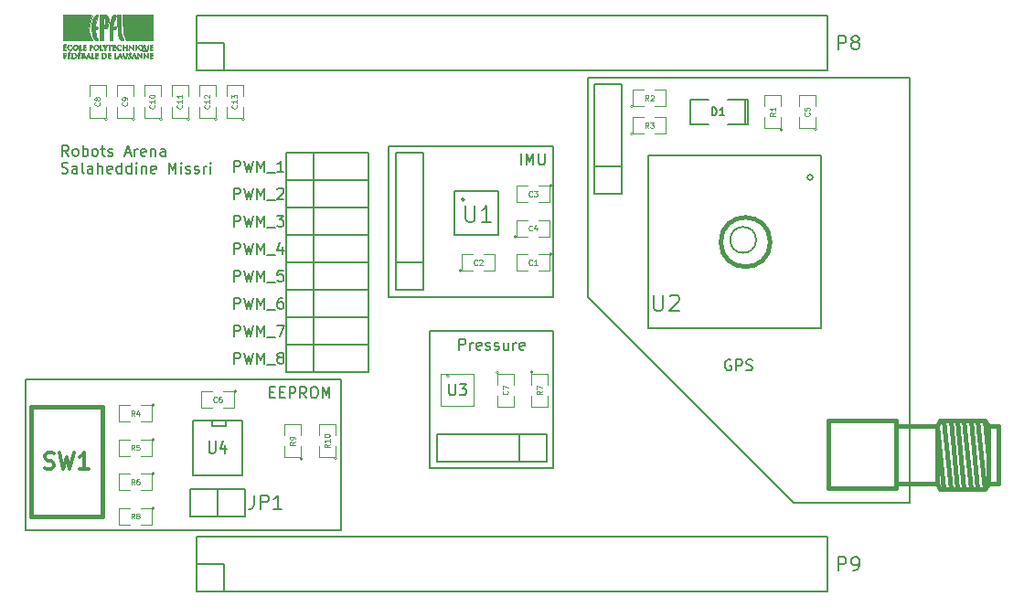
<source format=gto>
%FSLAX46Y46*%
G04 Gerber Fmt 4.6, Leading zero omitted, Abs format (unit mm)*
G04 Created by KiCad (PCBNEW (2014-09-22 BZR 5144)-product) date Mon 27 Oct 2014 12:26:49 PM CET*
%MOMM*%
G01*
G04 APERTURE LIST*
%ADD10C,0.100000*%
%ADD11C,0.200000*%
%ADD12C,0.099060*%
%ADD13C,0.381000*%
%ADD14C,0.150000*%
%ADD15C,0.050000*%
%ADD16C,0.127000*%
%ADD17C,0.109220*%
%ADD18C,0.203200*%
%ADD19C,0.304800*%
G04 APERTURE END LIST*
D10*
D11*
X156845000Y-93980000D02*
X156845000Y-85090000D01*
X175895000Y-113030000D02*
X156845000Y-93980000D01*
X175895000Y-113030000D02*
X186690000Y-113030000D01*
X108759524Y-80932381D02*
X108426190Y-80456190D01*
X108188095Y-80932381D02*
X108188095Y-79932381D01*
X108569048Y-79932381D01*
X108664286Y-79980000D01*
X108711905Y-80027619D01*
X108759524Y-80122857D01*
X108759524Y-80265714D01*
X108711905Y-80360952D01*
X108664286Y-80408571D01*
X108569048Y-80456190D01*
X108188095Y-80456190D01*
X109330952Y-80932381D02*
X109235714Y-80884762D01*
X109188095Y-80837143D01*
X109140476Y-80741905D01*
X109140476Y-80456190D01*
X109188095Y-80360952D01*
X109235714Y-80313333D01*
X109330952Y-80265714D01*
X109473810Y-80265714D01*
X109569048Y-80313333D01*
X109616667Y-80360952D01*
X109664286Y-80456190D01*
X109664286Y-80741905D01*
X109616667Y-80837143D01*
X109569048Y-80884762D01*
X109473810Y-80932381D01*
X109330952Y-80932381D01*
X110092857Y-80932381D02*
X110092857Y-79932381D01*
X110092857Y-80313333D02*
X110188095Y-80265714D01*
X110378572Y-80265714D01*
X110473810Y-80313333D01*
X110521429Y-80360952D01*
X110569048Y-80456190D01*
X110569048Y-80741905D01*
X110521429Y-80837143D01*
X110473810Y-80884762D01*
X110378572Y-80932381D01*
X110188095Y-80932381D01*
X110092857Y-80884762D01*
X111140476Y-80932381D02*
X111045238Y-80884762D01*
X110997619Y-80837143D01*
X110950000Y-80741905D01*
X110950000Y-80456190D01*
X110997619Y-80360952D01*
X111045238Y-80313333D01*
X111140476Y-80265714D01*
X111283334Y-80265714D01*
X111378572Y-80313333D01*
X111426191Y-80360952D01*
X111473810Y-80456190D01*
X111473810Y-80741905D01*
X111426191Y-80837143D01*
X111378572Y-80884762D01*
X111283334Y-80932381D01*
X111140476Y-80932381D01*
X111759524Y-80265714D02*
X112140476Y-80265714D01*
X111902381Y-79932381D02*
X111902381Y-80789524D01*
X111950000Y-80884762D01*
X112045238Y-80932381D01*
X112140476Y-80932381D01*
X112426191Y-80884762D02*
X112521429Y-80932381D01*
X112711905Y-80932381D01*
X112807144Y-80884762D01*
X112854763Y-80789524D01*
X112854763Y-80741905D01*
X112807144Y-80646667D01*
X112711905Y-80599048D01*
X112569048Y-80599048D01*
X112473810Y-80551429D01*
X112426191Y-80456190D01*
X112426191Y-80408571D01*
X112473810Y-80313333D01*
X112569048Y-80265714D01*
X112711905Y-80265714D01*
X112807144Y-80313333D01*
X113997620Y-80646667D02*
X114473811Y-80646667D01*
X113902382Y-80932381D02*
X114235715Y-79932381D01*
X114569049Y-80932381D01*
X114902382Y-80932381D02*
X114902382Y-80265714D01*
X114902382Y-80456190D02*
X114950001Y-80360952D01*
X114997620Y-80313333D01*
X115092858Y-80265714D01*
X115188097Y-80265714D01*
X115902383Y-80884762D02*
X115807145Y-80932381D01*
X115616668Y-80932381D01*
X115521430Y-80884762D01*
X115473811Y-80789524D01*
X115473811Y-80408571D01*
X115521430Y-80313333D01*
X115616668Y-80265714D01*
X115807145Y-80265714D01*
X115902383Y-80313333D01*
X115950002Y-80408571D01*
X115950002Y-80503810D01*
X115473811Y-80599048D01*
X116378573Y-80265714D02*
X116378573Y-80932381D01*
X116378573Y-80360952D02*
X116426192Y-80313333D01*
X116521430Y-80265714D01*
X116664288Y-80265714D01*
X116759526Y-80313333D01*
X116807145Y-80408571D01*
X116807145Y-80932381D01*
X117711907Y-80932381D02*
X117711907Y-80408571D01*
X117664288Y-80313333D01*
X117569050Y-80265714D01*
X117378573Y-80265714D01*
X117283335Y-80313333D01*
X117711907Y-80884762D02*
X117616669Y-80932381D01*
X117378573Y-80932381D01*
X117283335Y-80884762D01*
X117235716Y-80789524D01*
X117235716Y-80694286D01*
X117283335Y-80599048D01*
X117378573Y-80551429D01*
X117616669Y-80551429D01*
X117711907Y-80503810D01*
X108140476Y-82484762D02*
X108283333Y-82532381D01*
X108521429Y-82532381D01*
X108616667Y-82484762D01*
X108664286Y-82437143D01*
X108711905Y-82341905D01*
X108711905Y-82246667D01*
X108664286Y-82151429D01*
X108616667Y-82103810D01*
X108521429Y-82056190D01*
X108330952Y-82008571D01*
X108235714Y-81960952D01*
X108188095Y-81913333D01*
X108140476Y-81818095D01*
X108140476Y-81722857D01*
X108188095Y-81627619D01*
X108235714Y-81580000D01*
X108330952Y-81532381D01*
X108569048Y-81532381D01*
X108711905Y-81580000D01*
X109569048Y-82532381D02*
X109569048Y-82008571D01*
X109521429Y-81913333D01*
X109426191Y-81865714D01*
X109235714Y-81865714D01*
X109140476Y-81913333D01*
X109569048Y-82484762D02*
X109473810Y-82532381D01*
X109235714Y-82532381D01*
X109140476Y-82484762D01*
X109092857Y-82389524D01*
X109092857Y-82294286D01*
X109140476Y-82199048D01*
X109235714Y-82151429D01*
X109473810Y-82151429D01*
X109569048Y-82103810D01*
X110188095Y-82532381D02*
X110092857Y-82484762D01*
X110045238Y-82389524D01*
X110045238Y-81532381D01*
X110997620Y-82532381D02*
X110997620Y-82008571D01*
X110950001Y-81913333D01*
X110854763Y-81865714D01*
X110664286Y-81865714D01*
X110569048Y-81913333D01*
X110997620Y-82484762D02*
X110902382Y-82532381D01*
X110664286Y-82532381D01*
X110569048Y-82484762D01*
X110521429Y-82389524D01*
X110521429Y-82294286D01*
X110569048Y-82199048D01*
X110664286Y-82151429D01*
X110902382Y-82151429D01*
X110997620Y-82103810D01*
X111473810Y-82532381D02*
X111473810Y-81532381D01*
X111902382Y-82532381D02*
X111902382Y-82008571D01*
X111854763Y-81913333D01*
X111759525Y-81865714D01*
X111616667Y-81865714D01*
X111521429Y-81913333D01*
X111473810Y-81960952D01*
X112759525Y-82484762D02*
X112664287Y-82532381D01*
X112473810Y-82532381D01*
X112378572Y-82484762D01*
X112330953Y-82389524D01*
X112330953Y-82008571D01*
X112378572Y-81913333D01*
X112473810Y-81865714D01*
X112664287Y-81865714D01*
X112759525Y-81913333D01*
X112807144Y-82008571D01*
X112807144Y-82103810D01*
X112330953Y-82199048D01*
X113664287Y-82532381D02*
X113664287Y-81532381D01*
X113664287Y-82484762D02*
X113569049Y-82532381D01*
X113378572Y-82532381D01*
X113283334Y-82484762D01*
X113235715Y-82437143D01*
X113188096Y-82341905D01*
X113188096Y-82056190D01*
X113235715Y-81960952D01*
X113283334Y-81913333D01*
X113378572Y-81865714D01*
X113569049Y-81865714D01*
X113664287Y-81913333D01*
X114569049Y-82532381D02*
X114569049Y-81532381D01*
X114569049Y-82484762D02*
X114473811Y-82532381D01*
X114283334Y-82532381D01*
X114188096Y-82484762D01*
X114140477Y-82437143D01*
X114092858Y-82341905D01*
X114092858Y-82056190D01*
X114140477Y-81960952D01*
X114188096Y-81913333D01*
X114283334Y-81865714D01*
X114473811Y-81865714D01*
X114569049Y-81913333D01*
X115045239Y-82532381D02*
X115045239Y-81865714D01*
X115045239Y-81532381D02*
X114997620Y-81580000D01*
X115045239Y-81627619D01*
X115092858Y-81580000D01*
X115045239Y-81532381D01*
X115045239Y-81627619D01*
X115521429Y-81865714D02*
X115521429Y-82532381D01*
X115521429Y-81960952D02*
X115569048Y-81913333D01*
X115664286Y-81865714D01*
X115807144Y-81865714D01*
X115902382Y-81913333D01*
X115950001Y-82008571D01*
X115950001Y-82532381D01*
X116807144Y-82484762D02*
X116711906Y-82532381D01*
X116521429Y-82532381D01*
X116426191Y-82484762D01*
X116378572Y-82389524D01*
X116378572Y-82008571D01*
X116426191Y-81913333D01*
X116521429Y-81865714D01*
X116711906Y-81865714D01*
X116807144Y-81913333D01*
X116854763Y-82008571D01*
X116854763Y-82103810D01*
X116378572Y-82199048D01*
X118045239Y-82532381D02*
X118045239Y-81532381D01*
X118378573Y-82246667D01*
X118711906Y-81532381D01*
X118711906Y-82532381D01*
X119188096Y-82532381D02*
X119188096Y-81865714D01*
X119188096Y-81532381D02*
X119140477Y-81580000D01*
X119188096Y-81627619D01*
X119235715Y-81580000D01*
X119188096Y-81532381D01*
X119188096Y-81627619D01*
X119616667Y-82484762D02*
X119711905Y-82532381D01*
X119902381Y-82532381D01*
X119997620Y-82484762D01*
X120045239Y-82389524D01*
X120045239Y-82341905D01*
X119997620Y-82246667D01*
X119902381Y-82199048D01*
X119759524Y-82199048D01*
X119664286Y-82151429D01*
X119616667Y-82056190D01*
X119616667Y-82008571D01*
X119664286Y-81913333D01*
X119759524Y-81865714D01*
X119902381Y-81865714D01*
X119997620Y-81913333D01*
X120426191Y-82484762D02*
X120521429Y-82532381D01*
X120711905Y-82532381D01*
X120807144Y-82484762D01*
X120854763Y-82389524D01*
X120854763Y-82341905D01*
X120807144Y-82246667D01*
X120711905Y-82199048D01*
X120569048Y-82199048D01*
X120473810Y-82151429D01*
X120426191Y-82056190D01*
X120426191Y-82008571D01*
X120473810Y-81913333D01*
X120569048Y-81865714D01*
X120711905Y-81865714D01*
X120807144Y-81913333D01*
X121283334Y-82532381D02*
X121283334Y-81865714D01*
X121283334Y-82056190D02*
X121330953Y-81960952D01*
X121378572Y-81913333D01*
X121473810Y-81865714D01*
X121569049Y-81865714D01*
X121902382Y-82532381D02*
X121902382Y-81865714D01*
X121902382Y-81532381D02*
X121854763Y-81580000D01*
X121902382Y-81627619D01*
X121950001Y-81580000D01*
X121902382Y-81532381D01*
X121902382Y-81627619D01*
X127413095Y-102798571D02*
X127746429Y-102798571D01*
X127889286Y-103322381D02*
X127413095Y-103322381D01*
X127413095Y-102322381D01*
X127889286Y-102322381D01*
X128317857Y-102798571D02*
X128651191Y-102798571D01*
X128794048Y-103322381D02*
X128317857Y-103322381D01*
X128317857Y-102322381D01*
X128794048Y-102322381D01*
X129222619Y-103322381D02*
X129222619Y-102322381D01*
X129603572Y-102322381D01*
X129698810Y-102370000D01*
X129746429Y-102417619D01*
X129794048Y-102512857D01*
X129794048Y-102655714D01*
X129746429Y-102750952D01*
X129698810Y-102798571D01*
X129603572Y-102846190D01*
X129222619Y-102846190D01*
X130794048Y-103322381D02*
X130460714Y-102846190D01*
X130222619Y-103322381D02*
X130222619Y-102322381D01*
X130603572Y-102322381D01*
X130698810Y-102370000D01*
X130746429Y-102417619D01*
X130794048Y-102512857D01*
X130794048Y-102655714D01*
X130746429Y-102750952D01*
X130698810Y-102798571D01*
X130603572Y-102846190D01*
X130222619Y-102846190D01*
X131413095Y-102322381D02*
X131603572Y-102322381D01*
X131698810Y-102370000D01*
X131794048Y-102465238D01*
X131841667Y-102655714D01*
X131841667Y-102989048D01*
X131794048Y-103179524D01*
X131698810Y-103274762D01*
X131603572Y-103322381D01*
X131413095Y-103322381D01*
X131317857Y-103274762D01*
X131222619Y-103179524D01*
X131175000Y-102989048D01*
X131175000Y-102655714D01*
X131222619Y-102465238D01*
X131317857Y-102370000D01*
X131413095Y-102322381D01*
X132270238Y-103322381D02*
X132270238Y-102322381D01*
X132603572Y-103036667D01*
X132936905Y-102322381D01*
X132936905Y-103322381D01*
X104775000Y-101600000D02*
X104775000Y-102235000D01*
X133985000Y-101600000D02*
X104775000Y-101600000D01*
X133985000Y-102235000D02*
X133985000Y-101600000D01*
X104775000Y-115570000D02*
X104775000Y-102235000D01*
X133985000Y-115570000D02*
X104775000Y-115570000D01*
X133985000Y-102235000D02*
X133985000Y-115570000D01*
X170100715Y-99830000D02*
X170005477Y-99782381D01*
X169862620Y-99782381D01*
X169719762Y-99830000D01*
X169624524Y-99925238D01*
X169576905Y-100020476D01*
X169529286Y-100210952D01*
X169529286Y-100353810D01*
X169576905Y-100544286D01*
X169624524Y-100639524D01*
X169719762Y-100734762D01*
X169862620Y-100782381D01*
X169957858Y-100782381D01*
X170100715Y-100734762D01*
X170148334Y-100687143D01*
X170148334Y-100353810D01*
X169957858Y-100353810D01*
X170576905Y-100782381D02*
X170576905Y-99782381D01*
X170957858Y-99782381D01*
X171053096Y-99830000D01*
X171100715Y-99877619D01*
X171148334Y-99972857D01*
X171148334Y-100115714D01*
X171100715Y-100210952D01*
X171053096Y-100258571D01*
X170957858Y-100306190D01*
X170576905Y-100306190D01*
X171529286Y-100734762D02*
X171672143Y-100782381D01*
X171910239Y-100782381D01*
X172005477Y-100734762D01*
X172053096Y-100687143D01*
X172100715Y-100591905D01*
X172100715Y-100496667D01*
X172053096Y-100401429D01*
X172005477Y-100353810D01*
X171910239Y-100306190D01*
X171719762Y-100258571D01*
X171624524Y-100210952D01*
X171576905Y-100163333D01*
X171529286Y-100068095D01*
X171529286Y-99972857D01*
X171576905Y-99877619D01*
X171624524Y-99830000D01*
X171719762Y-99782381D01*
X171957858Y-99782381D01*
X172100715Y-99830000D01*
X186690000Y-73660000D02*
X156845000Y-73660000D01*
X186690000Y-113030000D02*
X186690000Y-73660000D01*
X156845000Y-73660000D02*
X156845000Y-85090000D01*
X153670000Y-97155000D02*
X142240000Y-97155000D01*
X153670000Y-109855000D02*
X153670000Y-97155000D01*
X142240000Y-109855000D02*
X153670000Y-109855000D01*
X142240000Y-97155000D02*
X142240000Y-109855000D01*
X153670000Y-80010000D02*
X138430000Y-80010000D01*
X153670000Y-93980000D02*
X153670000Y-80010000D01*
X138430000Y-93980000D02*
X153670000Y-93980000D01*
X138430000Y-80010000D02*
X138430000Y-93980000D01*
X144954999Y-98877381D02*
X144954999Y-97877381D01*
X145335952Y-97877381D01*
X145431190Y-97925000D01*
X145478809Y-97972619D01*
X145526428Y-98067857D01*
X145526428Y-98210714D01*
X145478809Y-98305952D01*
X145431190Y-98353571D01*
X145335952Y-98401190D01*
X144954999Y-98401190D01*
X145954999Y-98877381D02*
X145954999Y-98210714D01*
X145954999Y-98401190D02*
X146002618Y-98305952D01*
X146050237Y-98258333D01*
X146145475Y-98210714D01*
X146240714Y-98210714D01*
X146955000Y-98829762D02*
X146859762Y-98877381D01*
X146669285Y-98877381D01*
X146574047Y-98829762D01*
X146526428Y-98734524D01*
X146526428Y-98353571D01*
X146574047Y-98258333D01*
X146669285Y-98210714D01*
X146859762Y-98210714D01*
X146955000Y-98258333D01*
X147002619Y-98353571D01*
X147002619Y-98448810D01*
X146526428Y-98544048D01*
X147383571Y-98829762D02*
X147478809Y-98877381D01*
X147669285Y-98877381D01*
X147764524Y-98829762D01*
X147812143Y-98734524D01*
X147812143Y-98686905D01*
X147764524Y-98591667D01*
X147669285Y-98544048D01*
X147526428Y-98544048D01*
X147431190Y-98496429D01*
X147383571Y-98401190D01*
X147383571Y-98353571D01*
X147431190Y-98258333D01*
X147526428Y-98210714D01*
X147669285Y-98210714D01*
X147764524Y-98258333D01*
X148193095Y-98829762D02*
X148288333Y-98877381D01*
X148478809Y-98877381D01*
X148574048Y-98829762D01*
X148621667Y-98734524D01*
X148621667Y-98686905D01*
X148574048Y-98591667D01*
X148478809Y-98544048D01*
X148335952Y-98544048D01*
X148240714Y-98496429D01*
X148193095Y-98401190D01*
X148193095Y-98353571D01*
X148240714Y-98258333D01*
X148335952Y-98210714D01*
X148478809Y-98210714D01*
X148574048Y-98258333D01*
X149478810Y-98210714D02*
X149478810Y-98877381D01*
X149050238Y-98210714D02*
X149050238Y-98734524D01*
X149097857Y-98829762D01*
X149193095Y-98877381D01*
X149335953Y-98877381D01*
X149431191Y-98829762D01*
X149478810Y-98782143D01*
X149955000Y-98877381D02*
X149955000Y-98210714D01*
X149955000Y-98401190D02*
X150002619Y-98305952D01*
X150050238Y-98258333D01*
X150145476Y-98210714D01*
X150240715Y-98210714D01*
X150955001Y-98829762D02*
X150859763Y-98877381D01*
X150669286Y-98877381D01*
X150574048Y-98829762D01*
X150526429Y-98734524D01*
X150526429Y-98353571D01*
X150574048Y-98258333D01*
X150669286Y-98210714D01*
X150859763Y-98210714D01*
X150955001Y-98258333D01*
X151002620Y-98353571D01*
X151002620Y-98448810D01*
X150526429Y-98544048D01*
X150669762Y-81732381D02*
X150669762Y-80732381D01*
X151145952Y-81732381D02*
X151145952Y-80732381D01*
X151479286Y-81446667D01*
X151812619Y-80732381D01*
X151812619Y-81732381D01*
X152288809Y-80732381D02*
X152288809Y-81541905D01*
X152336428Y-81637143D01*
X152384047Y-81684762D01*
X152479285Y-81732381D01*
X152669762Y-81732381D01*
X152765000Y-81684762D01*
X152812619Y-81637143D01*
X152860238Y-81541905D01*
X152860238Y-80732381D01*
X124103095Y-100147381D02*
X124103095Y-99147381D01*
X124484048Y-99147381D01*
X124579286Y-99195000D01*
X124626905Y-99242619D01*
X124674524Y-99337857D01*
X124674524Y-99480714D01*
X124626905Y-99575952D01*
X124579286Y-99623571D01*
X124484048Y-99671190D01*
X124103095Y-99671190D01*
X125007857Y-99147381D02*
X125245952Y-100147381D01*
X125436429Y-99433095D01*
X125626905Y-100147381D01*
X125865000Y-99147381D01*
X126245952Y-100147381D02*
X126245952Y-99147381D01*
X126579286Y-99861667D01*
X126912619Y-99147381D01*
X126912619Y-100147381D01*
X127150714Y-100242619D02*
X127912619Y-100242619D01*
X128293571Y-99575952D02*
X128198333Y-99528333D01*
X128150714Y-99480714D01*
X128103095Y-99385476D01*
X128103095Y-99337857D01*
X128150714Y-99242619D01*
X128198333Y-99195000D01*
X128293571Y-99147381D01*
X128484048Y-99147381D01*
X128579286Y-99195000D01*
X128626905Y-99242619D01*
X128674524Y-99337857D01*
X128674524Y-99385476D01*
X128626905Y-99480714D01*
X128579286Y-99528333D01*
X128484048Y-99575952D01*
X128293571Y-99575952D01*
X128198333Y-99623571D01*
X128150714Y-99671190D01*
X128103095Y-99766429D01*
X128103095Y-99956905D01*
X128150714Y-100052143D01*
X128198333Y-100099762D01*
X128293571Y-100147381D01*
X128484048Y-100147381D01*
X128579286Y-100099762D01*
X128626905Y-100052143D01*
X128674524Y-99956905D01*
X128674524Y-99766429D01*
X128626905Y-99671190D01*
X128579286Y-99623571D01*
X128484048Y-99575952D01*
X124103095Y-97607381D02*
X124103095Y-96607381D01*
X124484048Y-96607381D01*
X124579286Y-96655000D01*
X124626905Y-96702619D01*
X124674524Y-96797857D01*
X124674524Y-96940714D01*
X124626905Y-97035952D01*
X124579286Y-97083571D01*
X124484048Y-97131190D01*
X124103095Y-97131190D01*
X125007857Y-96607381D02*
X125245952Y-97607381D01*
X125436429Y-96893095D01*
X125626905Y-97607381D01*
X125865000Y-96607381D01*
X126245952Y-97607381D02*
X126245952Y-96607381D01*
X126579286Y-97321667D01*
X126912619Y-96607381D01*
X126912619Y-97607381D01*
X127150714Y-97702619D02*
X127912619Y-97702619D01*
X128055476Y-96607381D02*
X128722143Y-96607381D01*
X128293571Y-97607381D01*
X124103095Y-95067381D02*
X124103095Y-94067381D01*
X124484048Y-94067381D01*
X124579286Y-94115000D01*
X124626905Y-94162619D01*
X124674524Y-94257857D01*
X124674524Y-94400714D01*
X124626905Y-94495952D01*
X124579286Y-94543571D01*
X124484048Y-94591190D01*
X124103095Y-94591190D01*
X125007857Y-94067381D02*
X125245952Y-95067381D01*
X125436429Y-94353095D01*
X125626905Y-95067381D01*
X125865000Y-94067381D01*
X126245952Y-95067381D02*
X126245952Y-94067381D01*
X126579286Y-94781667D01*
X126912619Y-94067381D01*
X126912619Y-95067381D01*
X127150714Y-95162619D02*
X127912619Y-95162619D01*
X128579286Y-94067381D02*
X128388809Y-94067381D01*
X128293571Y-94115000D01*
X128245952Y-94162619D01*
X128150714Y-94305476D01*
X128103095Y-94495952D01*
X128103095Y-94876905D01*
X128150714Y-94972143D01*
X128198333Y-95019762D01*
X128293571Y-95067381D01*
X128484048Y-95067381D01*
X128579286Y-95019762D01*
X128626905Y-94972143D01*
X128674524Y-94876905D01*
X128674524Y-94638810D01*
X128626905Y-94543571D01*
X128579286Y-94495952D01*
X128484048Y-94448333D01*
X128293571Y-94448333D01*
X128198333Y-94495952D01*
X128150714Y-94543571D01*
X128103095Y-94638810D01*
X124103095Y-92527381D02*
X124103095Y-91527381D01*
X124484048Y-91527381D01*
X124579286Y-91575000D01*
X124626905Y-91622619D01*
X124674524Y-91717857D01*
X124674524Y-91860714D01*
X124626905Y-91955952D01*
X124579286Y-92003571D01*
X124484048Y-92051190D01*
X124103095Y-92051190D01*
X125007857Y-91527381D02*
X125245952Y-92527381D01*
X125436429Y-91813095D01*
X125626905Y-92527381D01*
X125865000Y-91527381D01*
X126245952Y-92527381D02*
X126245952Y-91527381D01*
X126579286Y-92241667D01*
X126912619Y-91527381D01*
X126912619Y-92527381D01*
X127150714Y-92622619D02*
X127912619Y-92622619D01*
X128626905Y-91527381D02*
X128150714Y-91527381D01*
X128103095Y-92003571D01*
X128150714Y-91955952D01*
X128245952Y-91908333D01*
X128484048Y-91908333D01*
X128579286Y-91955952D01*
X128626905Y-92003571D01*
X128674524Y-92098810D01*
X128674524Y-92336905D01*
X128626905Y-92432143D01*
X128579286Y-92479762D01*
X128484048Y-92527381D01*
X128245952Y-92527381D01*
X128150714Y-92479762D01*
X128103095Y-92432143D01*
X124103095Y-89987381D02*
X124103095Y-88987381D01*
X124484048Y-88987381D01*
X124579286Y-89035000D01*
X124626905Y-89082619D01*
X124674524Y-89177857D01*
X124674524Y-89320714D01*
X124626905Y-89415952D01*
X124579286Y-89463571D01*
X124484048Y-89511190D01*
X124103095Y-89511190D01*
X125007857Y-88987381D02*
X125245952Y-89987381D01*
X125436429Y-89273095D01*
X125626905Y-89987381D01*
X125865000Y-88987381D01*
X126245952Y-89987381D02*
X126245952Y-88987381D01*
X126579286Y-89701667D01*
X126912619Y-88987381D01*
X126912619Y-89987381D01*
X127150714Y-90082619D02*
X127912619Y-90082619D01*
X128579286Y-89320714D02*
X128579286Y-89987381D01*
X128341190Y-88939762D02*
X128103095Y-89654048D01*
X128722143Y-89654048D01*
X124103095Y-87447381D02*
X124103095Y-86447381D01*
X124484048Y-86447381D01*
X124579286Y-86495000D01*
X124626905Y-86542619D01*
X124674524Y-86637857D01*
X124674524Y-86780714D01*
X124626905Y-86875952D01*
X124579286Y-86923571D01*
X124484048Y-86971190D01*
X124103095Y-86971190D01*
X125007857Y-86447381D02*
X125245952Y-87447381D01*
X125436429Y-86733095D01*
X125626905Y-87447381D01*
X125865000Y-86447381D01*
X126245952Y-87447381D02*
X126245952Y-86447381D01*
X126579286Y-87161667D01*
X126912619Y-86447381D01*
X126912619Y-87447381D01*
X127150714Y-87542619D02*
X127912619Y-87542619D01*
X128055476Y-86447381D02*
X128674524Y-86447381D01*
X128341190Y-86828333D01*
X128484048Y-86828333D01*
X128579286Y-86875952D01*
X128626905Y-86923571D01*
X128674524Y-87018810D01*
X128674524Y-87256905D01*
X128626905Y-87352143D01*
X128579286Y-87399762D01*
X128484048Y-87447381D01*
X128198333Y-87447381D01*
X128103095Y-87399762D01*
X128055476Y-87352143D01*
X124103095Y-84907381D02*
X124103095Y-83907381D01*
X124484048Y-83907381D01*
X124579286Y-83955000D01*
X124626905Y-84002619D01*
X124674524Y-84097857D01*
X124674524Y-84240714D01*
X124626905Y-84335952D01*
X124579286Y-84383571D01*
X124484048Y-84431190D01*
X124103095Y-84431190D01*
X125007857Y-83907381D02*
X125245952Y-84907381D01*
X125436429Y-84193095D01*
X125626905Y-84907381D01*
X125865000Y-83907381D01*
X126245952Y-84907381D02*
X126245952Y-83907381D01*
X126579286Y-84621667D01*
X126912619Y-83907381D01*
X126912619Y-84907381D01*
X127150714Y-85002619D02*
X127912619Y-85002619D01*
X128103095Y-84002619D02*
X128150714Y-83955000D01*
X128245952Y-83907381D01*
X128484048Y-83907381D01*
X128579286Y-83955000D01*
X128626905Y-84002619D01*
X128674524Y-84097857D01*
X128674524Y-84193095D01*
X128626905Y-84335952D01*
X128055476Y-84907381D01*
X128674524Y-84907381D01*
X124103095Y-82367381D02*
X124103095Y-81367381D01*
X124484048Y-81367381D01*
X124579286Y-81415000D01*
X124626905Y-81462619D01*
X124674524Y-81557857D01*
X124674524Y-81700714D01*
X124626905Y-81795952D01*
X124579286Y-81843571D01*
X124484048Y-81891190D01*
X124103095Y-81891190D01*
X125007857Y-81367381D02*
X125245952Y-82367381D01*
X125436429Y-81653095D01*
X125626905Y-82367381D01*
X125865000Y-81367381D01*
X126245952Y-82367381D02*
X126245952Y-81367381D01*
X126579286Y-82081667D01*
X126912619Y-81367381D01*
X126912619Y-82367381D01*
X127150714Y-82462619D02*
X127912619Y-82462619D01*
X128674524Y-82367381D02*
X128103095Y-82367381D01*
X128388809Y-82367381D02*
X128388809Y-81367381D01*
X128293571Y-81510238D01*
X128198333Y-81605476D01*
X128103095Y-81653095D01*
D12*
X153543000Y-90043000D02*
G75*
G03X153543000Y-90043000I-127000J0D01*
G74*
G01*
X152273000Y-90043000D02*
X153289000Y-90043000D01*
X153289000Y-90043000D02*
X153289000Y-91567000D01*
X153289000Y-91567000D02*
X152273000Y-91567000D01*
X151257000Y-91567000D02*
X150241000Y-91567000D01*
X150241000Y-91567000D02*
X150241000Y-90043000D01*
X150241000Y-90043000D02*
X151257000Y-90043000D01*
X145161000Y-91567000D02*
G75*
G03X145161000Y-91567000I-127000J0D01*
G74*
G01*
X146177000Y-91567000D02*
X145161000Y-91567000D01*
X145161000Y-91567000D02*
X145161000Y-90043000D01*
X145161000Y-90043000D02*
X146177000Y-90043000D01*
X147193000Y-90043000D02*
X148209000Y-90043000D01*
X148209000Y-90043000D02*
X148209000Y-91567000D01*
X148209000Y-91567000D02*
X147193000Y-91567000D01*
X153543000Y-83693000D02*
G75*
G03X153543000Y-83693000I-127000J0D01*
G74*
G01*
X152273000Y-83693000D02*
X153289000Y-83693000D01*
X153289000Y-83693000D02*
X153289000Y-85217000D01*
X153289000Y-85217000D02*
X152273000Y-85217000D01*
X151257000Y-85217000D02*
X150241000Y-85217000D01*
X150241000Y-85217000D02*
X150241000Y-83693000D01*
X150241000Y-83693000D02*
X151257000Y-83693000D01*
X150241000Y-88392000D02*
G75*
G03X150241000Y-88392000I-127000J0D01*
G74*
G01*
X151257000Y-88392000D02*
X150241000Y-88392000D01*
X150241000Y-88392000D02*
X150241000Y-86868000D01*
X150241000Y-86868000D02*
X151257000Y-86868000D01*
X152273000Y-86868000D02*
X153289000Y-86868000D01*
X153289000Y-86868000D02*
X153289000Y-88392000D01*
X153289000Y-88392000D02*
X152273000Y-88392000D01*
X178054000Y-78486000D02*
G75*
G03X178054000Y-78486000I-127000J0D01*
G74*
G01*
X177927000Y-77343000D02*
X177927000Y-78359000D01*
X177927000Y-78359000D02*
X176403000Y-78359000D01*
X176403000Y-78359000D02*
X176403000Y-77343000D01*
X176403000Y-76327000D02*
X176403000Y-75311000D01*
X176403000Y-75311000D02*
X177927000Y-75311000D01*
X177927000Y-75311000D02*
X177927000Y-76327000D01*
X124333000Y-102743000D02*
G75*
G03X124333000Y-102743000I-127000J0D01*
G74*
G01*
X123063000Y-102743000D02*
X124079000Y-102743000D01*
X124079000Y-102743000D02*
X124079000Y-104267000D01*
X124079000Y-104267000D02*
X123063000Y-104267000D01*
X122047000Y-104267000D02*
X121031000Y-104267000D01*
X121031000Y-104267000D02*
X121031000Y-102743000D01*
X121031000Y-102743000D02*
X122047000Y-102743000D01*
X148590000Y-100965000D02*
G75*
G03X148590000Y-100965000I-127000J0D01*
G74*
G01*
X148463000Y-102108000D02*
X148463000Y-101092000D01*
X148463000Y-101092000D02*
X149987000Y-101092000D01*
X149987000Y-101092000D02*
X149987000Y-102108000D01*
X149987000Y-103124000D02*
X149987000Y-104140000D01*
X149987000Y-104140000D02*
X148463000Y-104140000D01*
X148463000Y-104140000D02*
X148463000Y-103124000D01*
X112331500Y-77533500D02*
G75*
G03X112331500Y-77533500I-127000J0D01*
G74*
G01*
X112204500Y-76390500D02*
X112204500Y-77406500D01*
X112204500Y-77406500D02*
X110680500Y-77406500D01*
X110680500Y-77406500D02*
X110680500Y-76390500D01*
X110680500Y-75374500D02*
X110680500Y-74358500D01*
X110680500Y-74358500D02*
X112204500Y-74358500D01*
X112204500Y-74358500D02*
X112204500Y-75374500D01*
X114871500Y-77533500D02*
G75*
G03X114871500Y-77533500I-127000J0D01*
G74*
G01*
X114744500Y-76390500D02*
X114744500Y-77406500D01*
X114744500Y-77406500D02*
X113220500Y-77406500D01*
X113220500Y-77406500D02*
X113220500Y-76390500D01*
X113220500Y-75374500D02*
X113220500Y-74358500D01*
X113220500Y-74358500D02*
X114744500Y-74358500D01*
X114744500Y-74358500D02*
X114744500Y-75374500D01*
X117411500Y-77533500D02*
G75*
G03X117411500Y-77533500I-127000J0D01*
G74*
G01*
X117284500Y-76390500D02*
X117284500Y-77406500D01*
X117284500Y-77406500D02*
X115760500Y-77406500D01*
X115760500Y-77406500D02*
X115760500Y-76390500D01*
X115760500Y-75374500D02*
X115760500Y-74358500D01*
X115760500Y-74358500D02*
X117284500Y-74358500D01*
X117284500Y-74358500D02*
X117284500Y-75374500D01*
X119951500Y-77533500D02*
G75*
G03X119951500Y-77533500I-127000J0D01*
G74*
G01*
X119824500Y-76390500D02*
X119824500Y-77406500D01*
X119824500Y-77406500D02*
X118300500Y-77406500D01*
X118300500Y-77406500D02*
X118300500Y-76390500D01*
X118300500Y-75374500D02*
X118300500Y-74358500D01*
X118300500Y-74358500D02*
X119824500Y-74358500D01*
X119824500Y-74358500D02*
X119824500Y-75374500D01*
X122491500Y-77533500D02*
G75*
G03X122491500Y-77533500I-127000J0D01*
G74*
G01*
X122364500Y-76390500D02*
X122364500Y-77406500D01*
X122364500Y-77406500D02*
X120840500Y-77406500D01*
X120840500Y-77406500D02*
X120840500Y-76390500D01*
X120840500Y-75374500D02*
X120840500Y-74358500D01*
X120840500Y-74358500D02*
X122364500Y-74358500D01*
X122364500Y-74358500D02*
X122364500Y-75374500D01*
X125031500Y-77533500D02*
G75*
G03X125031500Y-77533500I-127000J0D01*
G74*
G01*
X124904500Y-76390500D02*
X124904500Y-77406500D01*
X124904500Y-77406500D02*
X123380500Y-77406500D01*
X123380500Y-77406500D02*
X123380500Y-76390500D01*
X123380500Y-75374500D02*
X123380500Y-74358500D01*
X123380500Y-74358500D02*
X124904500Y-74358500D01*
X124904500Y-74358500D02*
X124904500Y-75374500D01*
D13*
X193901060Y-111244380D02*
X194845940Y-111244380D01*
X193901060Y-105925620D02*
X194845940Y-105925620D01*
X185394600Y-105925620D02*
X189174120Y-105925620D01*
X185394600Y-111244380D02*
X189174120Y-111244380D01*
X193586100Y-105392220D02*
X193901060Y-108851700D01*
X189804040Y-111777780D02*
X189174120Y-105925620D01*
X189804040Y-105392220D02*
X190433960Y-111777780D01*
X190433960Y-105392220D02*
X191063880Y-111777780D01*
X191063880Y-105392220D02*
X191693800Y-111777780D01*
X191693800Y-105392220D02*
X192326260Y-111777780D01*
X192326260Y-105392220D02*
X192956180Y-111777780D01*
X192956180Y-105392220D02*
X193586100Y-111777780D01*
X193586100Y-105392220D02*
X193901060Y-105925620D01*
X193901060Y-105925620D02*
X193901060Y-111244380D01*
X193901060Y-111244380D02*
X193586100Y-111777780D01*
X193586100Y-111777780D02*
X189489080Y-111777780D01*
X189489080Y-111777780D02*
X189174120Y-111244380D01*
X189174120Y-111244380D02*
X189174120Y-105925620D01*
X189174120Y-105925620D02*
X189489080Y-105392220D01*
X189489080Y-105392220D02*
X193586100Y-105392220D01*
X194845940Y-111244380D02*
X194845940Y-105925620D01*
X185394600Y-105435400D02*
X185394600Y-111734600D01*
X185394600Y-111734600D02*
X179095400Y-111734600D01*
X179095400Y-111734600D02*
X179095400Y-105435400D01*
X179095400Y-105435400D02*
X185394600Y-105435400D01*
D14*
X122555000Y-111760000D02*
X122555000Y-114300000D01*
X120015000Y-111760000D02*
X120015000Y-114300000D01*
X120015000Y-114300000D02*
X122555000Y-114300000D01*
X122555000Y-114300000D02*
X125095000Y-114300000D01*
X125095000Y-114300000D02*
X125095000Y-111760000D01*
X125095000Y-111760000D02*
X120015000Y-111760000D01*
X131445000Y-83185000D02*
X136525000Y-83185000D01*
X136525000Y-83185000D02*
X136525000Y-80645000D01*
X136525000Y-80645000D02*
X131445000Y-80645000D01*
X128905000Y-80645000D02*
X131445000Y-80645000D01*
X131445000Y-80645000D02*
X131445000Y-83185000D01*
X128905000Y-80645000D02*
X128905000Y-83185000D01*
X128905000Y-83185000D02*
X131445000Y-83185000D01*
X131445000Y-85725000D02*
X136525000Y-85725000D01*
X136525000Y-85725000D02*
X136525000Y-83185000D01*
X136525000Y-83185000D02*
X131445000Y-83185000D01*
X128905000Y-83185000D02*
X131445000Y-83185000D01*
X131445000Y-83185000D02*
X131445000Y-85725000D01*
X128905000Y-83185000D02*
X128905000Y-85725000D01*
X128905000Y-85725000D02*
X131445000Y-85725000D01*
X131445000Y-88265000D02*
X136525000Y-88265000D01*
X136525000Y-88265000D02*
X136525000Y-85725000D01*
X136525000Y-85725000D02*
X131445000Y-85725000D01*
X128905000Y-85725000D02*
X131445000Y-85725000D01*
X131445000Y-85725000D02*
X131445000Y-88265000D01*
X128905000Y-85725000D02*
X128905000Y-88265000D01*
X128905000Y-88265000D02*
X131445000Y-88265000D01*
X131445000Y-90805000D02*
X136525000Y-90805000D01*
X136525000Y-90805000D02*
X136525000Y-88265000D01*
X136525000Y-88265000D02*
X131445000Y-88265000D01*
X128905000Y-88265000D02*
X131445000Y-88265000D01*
X131445000Y-88265000D02*
X131445000Y-90805000D01*
X128905000Y-88265000D02*
X128905000Y-90805000D01*
X128905000Y-90805000D02*
X131445000Y-90805000D01*
X131445000Y-93345000D02*
X136525000Y-93345000D01*
X136525000Y-93345000D02*
X136525000Y-90805000D01*
X136525000Y-90805000D02*
X131445000Y-90805000D01*
X128905000Y-90805000D02*
X131445000Y-90805000D01*
X131445000Y-90805000D02*
X131445000Y-93345000D01*
X128905000Y-90805000D02*
X128905000Y-93345000D01*
X128905000Y-93345000D02*
X131445000Y-93345000D01*
X131445000Y-95885000D02*
X136525000Y-95885000D01*
X136525000Y-95885000D02*
X136525000Y-93345000D01*
X136525000Y-93345000D02*
X131445000Y-93345000D01*
X128905000Y-93345000D02*
X131445000Y-93345000D01*
X131445000Y-93345000D02*
X131445000Y-95885000D01*
X128905000Y-93345000D02*
X128905000Y-95885000D01*
X128905000Y-95885000D02*
X131445000Y-95885000D01*
X131445000Y-98425000D02*
X136525000Y-98425000D01*
X136525000Y-98425000D02*
X136525000Y-95885000D01*
X136525000Y-95885000D02*
X131445000Y-95885000D01*
X128905000Y-95885000D02*
X131445000Y-95885000D01*
X131445000Y-95885000D02*
X131445000Y-98425000D01*
X128905000Y-95885000D02*
X128905000Y-98425000D01*
X128905000Y-98425000D02*
X131445000Y-98425000D01*
X179070000Y-67945000D02*
X120650000Y-67945000D01*
X179070000Y-73025000D02*
X123190000Y-73025000D01*
X179070000Y-67945000D02*
X179070000Y-73025000D01*
X120650000Y-67945000D02*
X120650000Y-70485000D01*
X120650000Y-73025000D02*
X123190000Y-73025000D01*
X120650000Y-70485000D02*
X123190000Y-70485000D01*
X123190000Y-70485000D02*
X123190000Y-73025000D01*
X120650000Y-73025000D02*
X120650000Y-70485000D01*
X179070000Y-116205000D02*
X120650000Y-116205000D01*
X179070000Y-121285000D02*
X123190000Y-121285000D01*
X179070000Y-116205000D02*
X179070000Y-121285000D01*
X120650000Y-116205000D02*
X120650000Y-118745000D01*
X120650000Y-121285000D02*
X123190000Y-121285000D01*
X120650000Y-118745000D02*
X123190000Y-118745000D01*
X123190000Y-118745000D02*
X123190000Y-121285000D01*
X120650000Y-121285000D02*
X120650000Y-118745000D01*
X131445000Y-100965000D02*
X136525000Y-100965000D01*
X136525000Y-100965000D02*
X136525000Y-98425000D01*
X136525000Y-98425000D02*
X131445000Y-98425000D01*
X128905000Y-98425000D02*
X131445000Y-98425000D01*
X131445000Y-98425000D02*
X131445000Y-100965000D01*
X128905000Y-98425000D02*
X128905000Y-100965000D01*
X128905000Y-100965000D02*
X131445000Y-100965000D01*
X160020000Y-81915000D02*
X160020000Y-74295000D01*
X157480000Y-81915000D02*
X157480000Y-74295000D01*
X157480000Y-84455000D02*
X157480000Y-81915000D01*
X160020000Y-74295000D02*
X157480000Y-74295000D01*
X157480000Y-81915000D02*
X160020000Y-81915000D01*
X157480000Y-84455000D02*
X160020000Y-84455000D01*
X160020000Y-84455000D02*
X160020000Y-81915000D01*
X139065000Y-90805000D02*
X139065000Y-80645000D01*
X139065000Y-80645000D02*
X141605000Y-80645000D01*
X141605000Y-80645000D02*
X141605000Y-90805000D01*
X139065000Y-93345000D02*
X139065000Y-90805000D01*
X139065000Y-90805000D02*
X141605000Y-90805000D01*
X139065000Y-93345000D02*
X141605000Y-93345000D01*
X141605000Y-93345000D02*
X141605000Y-90805000D01*
X150495000Y-106680000D02*
X142875000Y-106680000D01*
X150495000Y-109220000D02*
X142875000Y-109220000D01*
X153035000Y-109220000D02*
X150495000Y-109220000D01*
X142875000Y-106680000D02*
X142875000Y-109220000D01*
X150495000Y-109220000D02*
X150495000Y-106680000D01*
X153035000Y-109220000D02*
X153035000Y-106680000D01*
X153035000Y-106680000D02*
X150495000Y-106680000D01*
D12*
X174879000Y-78486000D02*
G75*
G03X174879000Y-78486000I-127000J0D01*
G74*
G01*
X174752000Y-77343000D02*
X174752000Y-78359000D01*
X174752000Y-78359000D02*
X173228000Y-78359000D01*
X173228000Y-78359000D02*
X173228000Y-77343000D01*
X173228000Y-76327000D02*
X173228000Y-75311000D01*
X173228000Y-75311000D02*
X174752000Y-75311000D01*
X174752000Y-75311000D02*
X174752000Y-76327000D01*
X161036000Y-76327000D02*
G75*
G03X161036000Y-76327000I-127000J0D01*
G74*
G01*
X162052000Y-76327000D02*
X161036000Y-76327000D01*
X161036000Y-76327000D02*
X161036000Y-74803000D01*
X161036000Y-74803000D02*
X162052000Y-74803000D01*
X163068000Y-74803000D02*
X164084000Y-74803000D01*
X164084000Y-74803000D02*
X164084000Y-76327000D01*
X164084000Y-76327000D02*
X163068000Y-76327000D01*
X161036000Y-78867000D02*
G75*
G03X161036000Y-78867000I-127000J0D01*
G74*
G01*
X162052000Y-78867000D02*
X161036000Y-78867000D01*
X161036000Y-78867000D02*
X161036000Y-77343000D01*
X161036000Y-77343000D02*
X162052000Y-77343000D01*
X163068000Y-77343000D02*
X164084000Y-77343000D01*
X164084000Y-77343000D02*
X164084000Y-78867000D01*
X164084000Y-78867000D02*
X163068000Y-78867000D01*
X116713000Y-104013000D02*
G75*
G03X116713000Y-104013000I-127000J0D01*
G74*
G01*
X115443000Y-104013000D02*
X116459000Y-104013000D01*
X116459000Y-104013000D02*
X116459000Y-105537000D01*
X116459000Y-105537000D02*
X115443000Y-105537000D01*
X114427000Y-105537000D02*
X113411000Y-105537000D01*
X113411000Y-105537000D02*
X113411000Y-104013000D01*
X113411000Y-104013000D02*
X114427000Y-104013000D01*
X116713000Y-107188000D02*
G75*
G03X116713000Y-107188000I-127000J0D01*
G74*
G01*
X115443000Y-107188000D02*
X116459000Y-107188000D01*
X116459000Y-107188000D02*
X116459000Y-108712000D01*
X116459000Y-108712000D02*
X115443000Y-108712000D01*
X114427000Y-108712000D02*
X113411000Y-108712000D01*
X113411000Y-108712000D02*
X113411000Y-107188000D01*
X113411000Y-107188000D02*
X114427000Y-107188000D01*
X116713000Y-110363000D02*
G75*
G03X116713000Y-110363000I-127000J0D01*
G74*
G01*
X115443000Y-110363000D02*
X116459000Y-110363000D01*
X116459000Y-110363000D02*
X116459000Y-111887000D01*
X116459000Y-111887000D02*
X115443000Y-111887000D01*
X114427000Y-111887000D02*
X113411000Y-111887000D01*
X113411000Y-111887000D02*
X113411000Y-110363000D01*
X113411000Y-110363000D02*
X114427000Y-110363000D01*
X151765000Y-100965000D02*
G75*
G03X151765000Y-100965000I-127000J0D01*
G74*
G01*
X151638000Y-102108000D02*
X151638000Y-101092000D01*
X151638000Y-101092000D02*
X153162000Y-101092000D01*
X153162000Y-101092000D02*
X153162000Y-102108000D01*
X153162000Y-103124000D02*
X153162000Y-104140000D01*
X153162000Y-104140000D02*
X151638000Y-104140000D01*
X151638000Y-104140000D02*
X151638000Y-103124000D01*
X116713000Y-113538000D02*
G75*
G03X116713000Y-113538000I-127000J0D01*
G74*
G01*
X115443000Y-113538000D02*
X116459000Y-113538000D01*
X116459000Y-113538000D02*
X116459000Y-115062000D01*
X116459000Y-115062000D02*
X115443000Y-115062000D01*
X114427000Y-115062000D02*
X113411000Y-115062000D01*
X113411000Y-115062000D02*
X113411000Y-113538000D01*
X113411000Y-113538000D02*
X114427000Y-113538000D01*
X130429000Y-108966000D02*
G75*
G03X130429000Y-108966000I-127000J0D01*
G74*
G01*
X130302000Y-107823000D02*
X130302000Y-108839000D01*
X130302000Y-108839000D02*
X128778000Y-108839000D01*
X128778000Y-108839000D02*
X128778000Y-107823000D01*
X128778000Y-106807000D02*
X128778000Y-105791000D01*
X128778000Y-105791000D02*
X130302000Y-105791000D01*
X130302000Y-105791000D02*
X130302000Y-106807000D01*
X133604000Y-108966000D02*
G75*
G03X133604000Y-108966000I-127000J0D01*
G74*
G01*
X133477000Y-107823000D02*
X133477000Y-108839000D01*
X133477000Y-108839000D02*
X131953000Y-108839000D01*
X131953000Y-108839000D02*
X131953000Y-107823000D01*
X131953000Y-106807000D02*
X131953000Y-105791000D01*
X131953000Y-105791000D02*
X133477000Y-105791000D01*
X133477000Y-105791000D02*
X133477000Y-106807000D01*
D13*
X105283000Y-114300000D02*
X111887000Y-114300000D01*
X105283000Y-104140000D02*
X111887000Y-104140000D01*
X105283000Y-104140000D02*
X105283000Y-114300000D01*
X111887000Y-104140000D02*
X111887000Y-114300000D01*
D14*
X145417421Y-84951000D02*
G75*
G03X145417421Y-84951000I-141421J0D01*
G74*
G01*
X144526000Y-84201000D02*
X144526000Y-88201000D01*
X144526000Y-88201000D02*
X148526000Y-88201000D01*
X148526000Y-88201000D02*
X148526000Y-84201000D01*
X148526000Y-84201000D02*
X144526000Y-84201000D01*
X177685000Y-82899000D02*
G75*
G03X177685000Y-82899000I-250000J0D01*
G74*
G01*
X172435000Y-88699000D02*
G75*
G03X172435000Y-88699000I-1200000J0D01*
G74*
G01*
X178308000Y-80899000D02*
X178435000Y-80899000D01*
X178308000Y-80899000D02*
X162433000Y-80899000D01*
X162435000Y-80899000D02*
X162435000Y-96899000D01*
X162435000Y-96899000D02*
X178435000Y-96899000D01*
X178435000Y-96899000D02*
X178435000Y-80899000D01*
D15*
X144031000Y-101317000D02*
G75*
G03X144031000Y-101317000I-150000J0D01*
G74*
G01*
D10*
X143256000Y-101092000D02*
X143256000Y-104092000D01*
X146256000Y-104092000D02*
X143256000Y-104092000D01*
X146256000Y-101092000D02*
X146256000Y-104092000D01*
X143256000Y-101092000D02*
X146256000Y-101092000D01*
D16*
X124841000Y-105410000D02*
X124841000Y-110490000D01*
X124841000Y-110490000D02*
X120269000Y-110490000D01*
X120269000Y-110490000D02*
X120269000Y-105410000D01*
X120269000Y-105410000D02*
X124841000Y-105410000D01*
X123317000Y-105410000D02*
X123317000Y-105918000D01*
X123317000Y-105918000D02*
X122047000Y-105918000D01*
X122047000Y-105918000D02*
X122047000Y-105410000D01*
X171450000Y-77978000D02*
X171704000Y-77978000D01*
X171704000Y-77978000D02*
X171704000Y-75692000D01*
X171704000Y-75692000D02*
X171450000Y-75692000D01*
X171450000Y-77978000D02*
X171450000Y-75692000D01*
X171450000Y-75692000D02*
X169799000Y-75692000D01*
X168021000Y-77978000D02*
X166370000Y-77978000D01*
X166370000Y-77978000D02*
X166370000Y-75692000D01*
X166370000Y-75692000D02*
X168021000Y-75692000D01*
X169799000Y-77978000D02*
X171450000Y-77978000D01*
D10*
G36*
X108542666Y-71602870D02*
X108511743Y-71644253D01*
X108453280Y-71639031D01*
X108394040Y-71631770D01*
X108379153Y-71668075D01*
X108393144Y-71748828D01*
X108404728Y-71843707D01*
X108378787Y-71879729D01*
X108359290Y-71882000D01*
X108320599Y-71858503D01*
X108296219Y-71778652D01*
X108281870Y-71628405D01*
X108281843Y-71627922D01*
X108267500Y-71373845D01*
X108405083Y-71373922D01*
X108498744Y-71384302D01*
X108542277Y-71409478D01*
X108542666Y-71412370D01*
X108508953Y-71434145D01*
X108457999Y-71428599D01*
X108388631Y-71431421D01*
X108373333Y-71474895D01*
X108408625Y-71531897D01*
X108458000Y-71543333D01*
X108526653Y-71568132D01*
X108542666Y-71602870D01*
X108542666Y-71602870D01*
X108542666Y-71602870D01*
G37*
X108542666Y-71602870D02*
X108511743Y-71644253D01*
X108453280Y-71639031D01*
X108394040Y-71631770D01*
X108379153Y-71668075D01*
X108393144Y-71748828D01*
X108404728Y-71843707D01*
X108378787Y-71879729D01*
X108359290Y-71882000D01*
X108320599Y-71858503D01*
X108296219Y-71778652D01*
X108281870Y-71628405D01*
X108281843Y-71627922D01*
X108267500Y-71373845D01*
X108405083Y-71373922D01*
X108498744Y-71384302D01*
X108542277Y-71409478D01*
X108542666Y-71412370D01*
X108508953Y-71434145D01*
X108457999Y-71428599D01*
X108388631Y-71431421D01*
X108373333Y-71474895D01*
X108408625Y-71531897D01*
X108458000Y-71543333D01*
X108526653Y-71568132D01*
X108542666Y-71602870D01*
X108542666Y-71602870D01*
G36*
X108923666Y-71419186D02*
X108890708Y-71445110D01*
X108839000Y-71437500D01*
X108770338Y-71434539D01*
X108754333Y-71476980D01*
X108786975Y-71534916D01*
X108817833Y-71543333D01*
X108873973Y-71576539D01*
X108881333Y-71605504D01*
X108853284Y-71648212D01*
X108817833Y-71643308D01*
X108767255Y-71649406D01*
X108754333Y-71713074D01*
X108770429Y-71781775D01*
X108832519Y-71786639D01*
X108841417Y-71784435D01*
X108906524Y-71783174D01*
X108912240Y-71811247D01*
X108862737Y-71850664D01*
X108772239Y-71873309D01*
X108648500Y-71885785D01*
X108648500Y-71629892D01*
X108648500Y-71374000D01*
X108786083Y-71374000D01*
X108879716Y-71386152D01*
X108923270Y-71415753D01*
X108923666Y-71419186D01*
X108923666Y-71419186D01*
X108923666Y-71419186D01*
G37*
X108923666Y-71419186D02*
X108890708Y-71445110D01*
X108839000Y-71437500D01*
X108770338Y-71434539D01*
X108754333Y-71476980D01*
X108786975Y-71534916D01*
X108817833Y-71543333D01*
X108873973Y-71576539D01*
X108881333Y-71605504D01*
X108853284Y-71648212D01*
X108817833Y-71643308D01*
X108767255Y-71649406D01*
X108754333Y-71713074D01*
X108770429Y-71781775D01*
X108832519Y-71786639D01*
X108841417Y-71784435D01*
X108906524Y-71783174D01*
X108912240Y-71811247D01*
X108862737Y-71850664D01*
X108772239Y-71873309D01*
X108648500Y-71885785D01*
X108648500Y-71629892D01*
X108648500Y-71374000D01*
X108786083Y-71374000D01*
X108879716Y-71386152D01*
X108923270Y-71415753D01*
X108923666Y-71419186D01*
X108923666Y-71419186D01*
G36*
X109516333Y-71601507D02*
X109479069Y-71704737D01*
X109405057Y-71779916D01*
X109405057Y-71606404D01*
X109361567Y-71502464D01*
X109279439Y-71430558D01*
X109219024Y-71416333D01*
X109166667Y-71429112D01*
X109141917Y-71481743D01*
X109135354Y-71595667D01*
X109135333Y-71606833D01*
X109139781Y-71724440D01*
X109161394Y-71780162D01*
X109212577Y-71796644D01*
X109239677Y-71797333D01*
X109345804Y-71761436D01*
X109390852Y-71709827D01*
X109405057Y-71606404D01*
X109405057Y-71779916D01*
X109385279Y-71800006D01*
X109261963Y-71865508D01*
X109169007Y-71882000D01*
X109029500Y-71882000D01*
X109029500Y-71628000D01*
X109029500Y-71374000D01*
X109202855Y-71374000D01*
X109361521Y-71401549D01*
X109470924Y-71476886D01*
X109515952Y-71589043D01*
X109516333Y-71601507D01*
X109516333Y-71601507D01*
X109516333Y-71601507D01*
G37*
X109516333Y-71601507D02*
X109479069Y-71704737D01*
X109405057Y-71779916D01*
X109405057Y-71606404D01*
X109361567Y-71502464D01*
X109279439Y-71430558D01*
X109219024Y-71416333D01*
X109166667Y-71429112D01*
X109141917Y-71481743D01*
X109135354Y-71595667D01*
X109135333Y-71606833D01*
X109139781Y-71724440D01*
X109161394Y-71780162D01*
X109212577Y-71796644D01*
X109239677Y-71797333D01*
X109345804Y-71761436D01*
X109390852Y-71709827D01*
X109405057Y-71606404D01*
X109405057Y-71779916D01*
X109385279Y-71800006D01*
X109261963Y-71865508D01*
X109169007Y-71882000D01*
X109029500Y-71882000D01*
X109029500Y-71628000D01*
X109029500Y-71374000D01*
X109202855Y-71374000D01*
X109361521Y-71401549D01*
X109470924Y-71476886D01*
X109515952Y-71589043D01*
X109516333Y-71601507D01*
X109516333Y-71601507D01*
G36*
X109855000Y-71419186D02*
X109822042Y-71445110D01*
X109770333Y-71437500D01*
X109701671Y-71434539D01*
X109685666Y-71476980D01*
X109718308Y-71534916D01*
X109749166Y-71543333D01*
X109805306Y-71576539D01*
X109812666Y-71605504D01*
X109784617Y-71648212D01*
X109749166Y-71643308D01*
X109698588Y-71649406D01*
X109685666Y-71713074D01*
X109701763Y-71781775D01*
X109763853Y-71786639D01*
X109772750Y-71784435D01*
X109837858Y-71783174D01*
X109843573Y-71811247D01*
X109794070Y-71850670D01*
X109703573Y-71873328D01*
X109579833Y-71885823D01*
X109579833Y-71630030D01*
X109579833Y-71374236D01*
X109717416Y-71374118D01*
X109811047Y-71386189D01*
X109854603Y-71415752D01*
X109855000Y-71419186D01*
X109855000Y-71419186D01*
X109855000Y-71419186D01*
G37*
X109855000Y-71419186D02*
X109822042Y-71445110D01*
X109770333Y-71437500D01*
X109701671Y-71434539D01*
X109685666Y-71476980D01*
X109718308Y-71534916D01*
X109749166Y-71543333D01*
X109805306Y-71576539D01*
X109812666Y-71605504D01*
X109784617Y-71648212D01*
X109749166Y-71643308D01*
X109698588Y-71649406D01*
X109685666Y-71713074D01*
X109701763Y-71781775D01*
X109763853Y-71786639D01*
X109772750Y-71784435D01*
X109837858Y-71783174D01*
X109843573Y-71811247D01*
X109794070Y-71850670D01*
X109703573Y-71873328D01*
X109579833Y-71885823D01*
X109579833Y-71630030D01*
X109579833Y-71374236D01*
X109717416Y-71374118D01*
X109811047Y-71386189D01*
X109854603Y-71415752D01*
X109855000Y-71419186D01*
X109855000Y-71419186D01*
G36*
X110807933Y-71856092D02*
X110793266Y-71880007D01*
X110765094Y-71882000D01*
X110702818Y-71846583D01*
X110659333Y-71776166D01*
X110607772Y-71697341D01*
X110565622Y-71675952D01*
X110565622Y-71563649D01*
X110560555Y-71557444D01*
X110535388Y-71563255D01*
X110532333Y-71585666D01*
X110547822Y-71620511D01*
X110560555Y-71613888D01*
X110565622Y-71563649D01*
X110565622Y-71675952D01*
X110554547Y-71670333D01*
X110502388Y-71707027D01*
X110490000Y-71776166D01*
X110470477Y-71858820D01*
X110403409Y-71882000D01*
X110315578Y-71853303D01*
X110218509Y-71783485D01*
X110210984Y-71776166D01*
X110186187Y-71753339D01*
X110186187Y-71515091D01*
X110150835Y-71444526D01*
X110101921Y-71428759D01*
X110069003Y-71472148D01*
X110066666Y-71497472D01*
X110093559Y-71570246D01*
X110133270Y-71585666D01*
X110184133Y-71553927D01*
X110186187Y-71515091D01*
X110186187Y-71753339D01*
X110134476Y-71705739D01*
X110084897Y-71671080D01*
X110081319Y-71670333D01*
X110072432Y-71705271D01*
X110084050Y-71776166D01*
X110091431Y-71855742D01*
X110050074Y-71881463D01*
X110035723Y-71882019D01*
X109993582Y-71869558D01*
X109970750Y-71819795D01*
X109961802Y-71714201D01*
X109960833Y-71626214D01*
X109960833Y-71370390D01*
X110109000Y-71382778D01*
X110207704Y-71397649D01*
X110245577Y-71437356D01*
X110246426Y-71528922D01*
X110245716Y-71537951D01*
X110255237Y-71663287D01*
X110296928Y-71758750D01*
X110358907Y-71797325D01*
X110359820Y-71797333D01*
X110388943Y-71761035D01*
X110432926Y-71667782D01*
X110464722Y-71585666D01*
X110513225Y-71467408D01*
X110556207Y-71390582D01*
X110575635Y-71374000D01*
X110609203Y-71410256D01*
X110649818Y-71500506D01*
X110660768Y-71532750D01*
X110710182Y-71664271D01*
X110764590Y-71776357D01*
X110770860Y-71786750D01*
X110807933Y-71856092D01*
X110807933Y-71856092D01*
X110807933Y-71856092D01*
G37*
X110807933Y-71856092D02*
X110793266Y-71880007D01*
X110765094Y-71882000D01*
X110702818Y-71846583D01*
X110659333Y-71776166D01*
X110607772Y-71697341D01*
X110565622Y-71675952D01*
X110565622Y-71563649D01*
X110560555Y-71557444D01*
X110535388Y-71563255D01*
X110532333Y-71585666D01*
X110547822Y-71620511D01*
X110560555Y-71613888D01*
X110565622Y-71563649D01*
X110565622Y-71675952D01*
X110554547Y-71670333D01*
X110502388Y-71707027D01*
X110490000Y-71776166D01*
X110470477Y-71858820D01*
X110403409Y-71882000D01*
X110315578Y-71853303D01*
X110218509Y-71783485D01*
X110210984Y-71776166D01*
X110186187Y-71753339D01*
X110186187Y-71515091D01*
X110150835Y-71444526D01*
X110101921Y-71428759D01*
X110069003Y-71472148D01*
X110066666Y-71497472D01*
X110093559Y-71570246D01*
X110133270Y-71585666D01*
X110184133Y-71553927D01*
X110186187Y-71515091D01*
X110186187Y-71753339D01*
X110134476Y-71705739D01*
X110084897Y-71671080D01*
X110081319Y-71670333D01*
X110072432Y-71705271D01*
X110084050Y-71776166D01*
X110091431Y-71855742D01*
X110050074Y-71881463D01*
X110035723Y-71882019D01*
X109993582Y-71869558D01*
X109970750Y-71819795D01*
X109961802Y-71714201D01*
X109960833Y-71626214D01*
X109960833Y-71370390D01*
X110109000Y-71382778D01*
X110207704Y-71397649D01*
X110245577Y-71437356D01*
X110246426Y-71528922D01*
X110245716Y-71537951D01*
X110255237Y-71663287D01*
X110296928Y-71758750D01*
X110358907Y-71797325D01*
X110359820Y-71797333D01*
X110388943Y-71761035D01*
X110432926Y-71667782D01*
X110464722Y-71585666D01*
X110513225Y-71467408D01*
X110556207Y-71390582D01*
X110575635Y-71374000D01*
X110609203Y-71410256D01*
X110649818Y-71500506D01*
X110660768Y-71532750D01*
X110710182Y-71664271D01*
X110764590Y-71776357D01*
X110770860Y-71786750D01*
X110807933Y-71856092D01*
X110807933Y-71856092D01*
G36*
X111151754Y-71815914D02*
X111102336Y-71851278D01*
X111009203Y-71873809D01*
X110878761Y-71886785D01*
X110864297Y-71630315D01*
X110860108Y-71484183D01*
X110870604Y-71404924D01*
X110899039Y-71375519D01*
X110913333Y-71373854D01*
X110954180Y-71397574D01*
X110973503Y-71479003D01*
X110976833Y-71575014D01*
X110980940Y-71696755D01*
X111000254Y-71755463D01*
X111045262Y-71772638D01*
X111073245Y-71772680D01*
X111145516Y-71784253D01*
X111151754Y-71815914D01*
X111151754Y-71815914D01*
X111151754Y-71815914D01*
G37*
X111151754Y-71815914D02*
X111102336Y-71851278D01*
X111009203Y-71873809D01*
X110878761Y-71886785D01*
X110864297Y-71630315D01*
X110860108Y-71484183D01*
X110870604Y-71404924D01*
X110899039Y-71375519D01*
X110913333Y-71373854D01*
X110954180Y-71397574D01*
X110973503Y-71479003D01*
X110976833Y-71575014D01*
X110980940Y-71696755D01*
X111000254Y-71755463D01*
X111045262Y-71772638D01*
X111073245Y-71772680D01*
X111145516Y-71784253D01*
X111151754Y-71815914D01*
X111151754Y-71815914D01*
G36*
X111506000Y-71419186D02*
X111473042Y-71445110D01*
X111421333Y-71437500D01*
X111352671Y-71434539D01*
X111336666Y-71476980D01*
X111369308Y-71534916D01*
X111400166Y-71543333D01*
X111456306Y-71576539D01*
X111463666Y-71605504D01*
X111435617Y-71648212D01*
X111400166Y-71643308D01*
X111349588Y-71649406D01*
X111336666Y-71713074D01*
X111352763Y-71781775D01*
X111414853Y-71786639D01*
X111423750Y-71784435D01*
X111488858Y-71783174D01*
X111494573Y-71811247D01*
X111445070Y-71850664D01*
X111354573Y-71873309D01*
X111230833Y-71885785D01*
X111230833Y-71629892D01*
X111230833Y-71374000D01*
X111368416Y-71374000D01*
X111462049Y-71386152D01*
X111505604Y-71415753D01*
X111506000Y-71419186D01*
X111506000Y-71419186D01*
X111506000Y-71419186D01*
G37*
X111506000Y-71419186D02*
X111473042Y-71445110D01*
X111421333Y-71437500D01*
X111352671Y-71434539D01*
X111336666Y-71476980D01*
X111369308Y-71534916D01*
X111400166Y-71543333D01*
X111456306Y-71576539D01*
X111463666Y-71605504D01*
X111435617Y-71648212D01*
X111400166Y-71643308D01*
X111349588Y-71649406D01*
X111336666Y-71713074D01*
X111352763Y-71781775D01*
X111414853Y-71786639D01*
X111423750Y-71784435D01*
X111488858Y-71783174D01*
X111494573Y-71811247D01*
X111445070Y-71850664D01*
X111354573Y-71873309D01*
X111230833Y-71885785D01*
X111230833Y-71629892D01*
X111230833Y-71374000D01*
X111368416Y-71374000D01*
X111462049Y-71386152D01*
X111505604Y-71415753D01*
X111506000Y-71419186D01*
X111506000Y-71419186D01*
G36*
X112278583Y-71614988D02*
X112240229Y-71739082D01*
X112175808Y-71799105D01*
X112175808Y-71657190D01*
X112161725Y-71525029D01*
X112093366Y-71439416D01*
X112008816Y-71416333D01*
X111959105Y-71430429D01*
X111935464Y-71486592D01*
X111929336Y-71605632D01*
X111929333Y-71609645D01*
X111932666Y-71727409D01*
X111951782Y-71781668D01*
X112000357Y-71793558D01*
X112045750Y-71789561D01*
X112135566Y-71759996D01*
X112172356Y-71681645D01*
X112175808Y-71657190D01*
X112175808Y-71799105D01*
X112139229Y-71833188D01*
X111996675Y-71879825D01*
X111956393Y-71882019D01*
X111823500Y-71882039D01*
X111823500Y-71628137D01*
X111823500Y-71374236D01*
X111998233Y-71374118D01*
X112154830Y-71397030D01*
X112245939Y-71469896D01*
X112278315Y-71598520D01*
X112278583Y-71614988D01*
X112278583Y-71614988D01*
X112278583Y-71614988D01*
G37*
X112278583Y-71614988D02*
X112240229Y-71739082D01*
X112175808Y-71799105D01*
X112175808Y-71657190D01*
X112161725Y-71525029D01*
X112093366Y-71439416D01*
X112008816Y-71416333D01*
X111959105Y-71430429D01*
X111935464Y-71486592D01*
X111929336Y-71605632D01*
X111929333Y-71609645D01*
X111932666Y-71727409D01*
X111951782Y-71781668D01*
X112000357Y-71793558D01*
X112045750Y-71789561D01*
X112135566Y-71759996D01*
X112172356Y-71681645D01*
X112175808Y-71657190D01*
X112175808Y-71799105D01*
X112139229Y-71833188D01*
X111996675Y-71879825D01*
X111956393Y-71882019D01*
X111823500Y-71882039D01*
X111823500Y-71628137D01*
X111823500Y-71374236D01*
X111998233Y-71374118D01*
X112154830Y-71397030D01*
X112245939Y-71469896D01*
X112278315Y-71598520D01*
X112278583Y-71614988D01*
X112278583Y-71614988D01*
G36*
X112649000Y-71822463D02*
X112611060Y-71868742D01*
X112525760Y-71882000D01*
X112457325Y-71877815D01*
X112419034Y-71851991D01*
X112400109Y-71784617D01*
X112389767Y-71655786D01*
X112388176Y-71627922D01*
X112373833Y-71373845D01*
X112511416Y-71373922D01*
X112605078Y-71384302D01*
X112648610Y-71409478D01*
X112649000Y-71412370D01*
X112615286Y-71434145D01*
X112564333Y-71428599D01*
X112494965Y-71431421D01*
X112479666Y-71474895D01*
X112514959Y-71531897D01*
X112564333Y-71543333D01*
X112634295Y-71571068D01*
X112649000Y-71609686D01*
X112624969Y-71655868D01*
X112564333Y-71649166D01*
X112498704Y-71645228D01*
X112479784Y-71704922D01*
X112479666Y-71714751D01*
X112496585Y-71782489D01*
X112560187Y-71786122D01*
X112564333Y-71785067D01*
X112635061Y-71788452D01*
X112649000Y-71822463D01*
X112649000Y-71822463D01*
X112649000Y-71822463D01*
G37*
X112649000Y-71822463D02*
X112611060Y-71868742D01*
X112525760Y-71882000D01*
X112457325Y-71877815D01*
X112419034Y-71851991D01*
X112400109Y-71784617D01*
X112389767Y-71655786D01*
X112388176Y-71627922D01*
X112373833Y-71373845D01*
X112511416Y-71373922D01*
X112605078Y-71384302D01*
X112648610Y-71409478D01*
X112649000Y-71412370D01*
X112615286Y-71434145D01*
X112564333Y-71428599D01*
X112494965Y-71431421D01*
X112479666Y-71474895D01*
X112514959Y-71531897D01*
X112564333Y-71543333D01*
X112634295Y-71571068D01*
X112649000Y-71609686D01*
X112624969Y-71655868D01*
X112564333Y-71649166D01*
X112498704Y-71645228D01*
X112479784Y-71704922D01*
X112479666Y-71714751D01*
X112496585Y-71782489D01*
X112560187Y-71786122D01*
X112564333Y-71785067D01*
X112635061Y-71788452D01*
X112649000Y-71822463D01*
X112649000Y-71822463D01*
G36*
X113262848Y-71800207D02*
X113257176Y-71817976D01*
X113197572Y-71866375D01*
X113099554Y-71882000D01*
X112966500Y-71882000D01*
X112966500Y-71628000D01*
X112971378Y-71480505D01*
X112988670Y-71401312D01*
X113022362Y-71374476D01*
X113030000Y-71373973D01*
X113067398Y-71392011D01*
X113082279Y-71457936D01*
X113078580Y-71589402D01*
X113078445Y-71591351D01*
X113071655Y-71718088D01*
X113080435Y-71779125D01*
X113114067Y-71793195D01*
X113172568Y-71781354D01*
X113248851Y-71770808D01*
X113262848Y-71800207D01*
X113262848Y-71800207D01*
X113262848Y-71800207D01*
G37*
X113262848Y-71800207D02*
X113257176Y-71817976D01*
X113197572Y-71866375D01*
X113099554Y-71882000D01*
X112966500Y-71882000D01*
X112966500Y-71628000D01*
X112971378Y-71480505D01*
X112988670Y-71401312D01*
X113022362Y-71374476D01*
X113030000Y-71373973D01*
X113067398Y-71392011D01*
X113082279Y-71457936D01*
X113078580Y-71589402D01*
X113078445Y-71591351D01*
X113071655Y-71718088D01*
X113080435Y-71779125D01*
X113114067Y-71793195D01*
X113172568Y-71781354D01*
X113248851Y-71770808D01*
X113262848Y-71800207D01*
X113262848Y-71800207D01*
G36*
X113691749Y-71870079D02*
X113668481Y-71882000D01*
X113619556Y-71846876D01*
X113580333Y-71776166D01*
X113524670Y-71692883D01*
X113486622Y-71682334D01*
X113486622Y-71563649D01*
X113481555Y-71557444D01*
X113456388Y-71563255D01*
X113453333Y-71585666D01*
X113468822Y-71620511D01*
X113481555Y-71613888D01*
X113486622Y-71563649D01*
X113486622Y-71682334D01*
X113461057Y-71675247D01*
X113412826Y-71725091D01*
X113403360Y-71762267D01*
X113377251Y-71824587D01*
X113333018Y-71874156D01*
X113294608Y-71889738D01*
X113284000Y-71868128D01*
X113299308Y-71805236D01*
X113337797Y-71700391D01*
X113388313Y-71579397D01*
X113439703Y-71468061D01*
X113480814Y-71392190D01*
X113497562Y-71374000D01*
X113529694Y-71410157D01*
X113573281Y-71501520D01*
X113593042Y-71553916D01*
X113638757Y-71681832D01*
X113677276Y-71785243D01*
X113686218Y-71807916D01*
X113691749Y-71870079D01*
X113691749Y-71870079D01*
X113691749Y-71870079D01*
G37*
X113691749Y-71870079D02*
X113668481Y-71882000D01*
X113619556Y-71846876D01*
X113580333Y-71776166D01*
X113524670Y-71692883D01*
X113486622Y-71682334D01*
X113486622Y-71563649D01*
X113481555Y-71557444D01*
X113456388Y-71563255D01*
X113453333Y-71585666D01*
X113468822Y-71620511D01*
X113481555Y-71613888D01*
X113486622Y-71563649D01*
X113486622Y-71682334D01*
X113461057Y-71675247D01*
X113412826Y-71725091D01*
X113403360Y-71762267D01*
X113377251Y-71824587D01*
X113333018Y-71874156D01*
X113294608Y-71889738D01*
X113284000Y-71868128D01*
X113299308Y-71805236D01*
X113337797Y-71700391D01*
X113388313Y-71579397D01*
X113439703Y-71468061D01*
X113480814Y-71392190D01*
X113497562Y-71374000D01*
X113529694Y-71410157D01*
X113573281Y-71501520D01*
X113593042Y-71553916D01*
X113638757Y-71681832D01*
X113677276Y-71785243D01*
X113686218Y-71807916D01*
X113691749Y-71870079D01*
X113691749Y-71870079D01*
G36*
X114184904Y-71441557D02*
X114176781Y-71554917D01*
X114172527Y-71589353D01*
X114130596Y-71762285D01*
X114060698Y-71859542D01*
X113965859Y-71878773D01*
X113863898Y-71829083D01*
X113813975Y-71757530D01*
X113769780Y-71637459D01*
X113755439Y-71575083D01*
X113736518Y-71454010D01*
X113741225Y-71394342D01*
X113773703Y-71375087D01*
X113795145Y-71374000D01*
X113844301Y-71391039D01*
X113871562Y-71455064D01*
X113884930Y-71575083D01*
X113898597Y-71699043D01*
X113925411Y-71759122D01*
X113975428Y-71776049D01*
X113982500Y-71776166D01*
X114034301Y-71764408D01*
X114059498Y-71715017D01*
X114067003Y-71606818D01*
X114067166Y-71575014D01*
X114074072Y-71447320D01*
X114098572Y-71386291D01*
X114133660Y-71373931D01*
X114171689Y-71387652D01*
X114184904Y-71441557D01*
X114184904Y-71441557D01*
X114184904Y-71441557D01*
G37*
X114184904Y-71441557D02*
X114176781Y-71554917D01*
X114172527Y-71589353D01*
X114130596Y-71762285D01*
X114060698Y-71859542D01*
X113965859Y-71878773D01*
X113863898Y-71829083D01*
X113813975Y-71757530D01*
X113769780Y-71637459D01*
X113755439Y-71575083D01*
X113736518Y-71454010D01*
X113741225Y-71394342D01*
X113773703Y-71375087D01*
X113795145Y-71374000D01*
X113844301Y-71391039D01*
X113871562Y-71455064D01*
X113884930Y-71575083D01*
X113898597Y-71699043D01*
X113925411Y-71759122D01*
X113975428Y-71776049D01*
X113982500Y-71776166D01*
X114034301Y-71764408D01*
X114059498Y-71715017D01*
X114067003Y-71606818D01*
X114067166Y-71575014D01*
X114074072Y-71447320D01*
X114098572Y-71386291D01*
X114133660Y-71373931D01*
X114171689Y-71387652D01*
X114184904Y-71441557D01*
X114184904Y-71441557D01*
G36*
X114548990Y-71401847D02*
X114540272Y-71438480D01*
X114472440Y-71438459D01*
X114469333Y-71437500D01*
X114402047Y-71427169D01*
X114384666Y-71438553D01*
X114408368Y-71488014D01*
X114465767Y-71569556D01*
X114469333Y-71574115D01*
X114541153Y-71692024D01*
X114540147Y-71777512D01*
X114472116Y-71838177D01*
X114363412Y-71879333D01*
X114292829Y-71860157D01*
X114285888Y-71853777D01*
X114256754Y-71797385D01*
X114297916Y-71772360D01*
X114363500Y-71779949D01*
X114447525Y-71785139D01*
X114462992Y-71746613D01*
X114408667Y-71671996D01*
X114384666Y-71649166D01*
X114315816Y-71551359D01*
X114304073Y-71453589D01*
X114341484Y-71377685D01*
X114420096Y-71345479D01*
X114490500Y-71358691D01*
X114548990Y-71401847D01*
X114548990Y-71401847D01*
X114548990Y-71401847D01*
G37*
X114548990Y-71401847D02*
X114540272Y-71438480D01*
X114472440Y-71438459D01*
X114469333Y-71437500D01*
X114402047Y-71427169D01*
X114384666Y-71438553D01*
X114408368Y-71488014D01*
X114465767Y-71569556D01*
X114469333Y-71574115D01*
X114541153Y-71692024D01*
X114540147Y-71777512D01*
X114472116Y-71838177D01*
X114363412Y-71879333D01*
X114292829Y-71860157D01*
X114285888Y-71853777D01*
X114256754Y-71797385D01*
X114297916Y-71772360D01*
X114363500Y-71779949D01*
X114447525Y-71785139D01*
X114462992Y-71746613D01*
X114408667Y-71671996D01*
X114384666Y-71649166D01*
X114315816Y-71551359D01*
X114304073Y-71453589D01*
X114341484Y-71377685D01*
X114420096Y-71345479D01*
X114490500Y-71358691D01*
X114548990Y-71401847D01*
X114548990Y-71401847D01*
G36*
X115537819Y-71541910D02*
X115534332Y-71606775D01*
X115520884Y-71734320D01*
X115501414Y-71818912D01*
X115486341Y-71839666D01*
X115441480Y-71810680D01*
X115362029Y-71736194D01*
X115299759Y-71670211D01*
X115211924Y-71575246D01*
X115166371Y-71538161D01*
X115149240Y-71553458D01*
X115146666Y-71609494D01*
X115163939Y-71728130D01*
X115190489Y-71800116D01*
X115210525Y-71854372D01*
X115179798Y-71877315D01*
X115083748Y-71882000D01*
X114969884Y-71867758D01*
X114904825Y-71813403D01*
X114884963Y-71776166D01*
X114832396Y-71698141D01*
X114801348Y-71680089D01*
X114801348Y-71559876D01*
X114794585Y-71535395D01*
X114775787Y-71519360D01*
X114769008Y-71560972D01*
X114776792Y-71615879D01*
X114791243Y-71616534D01*
X114801348Y-71559876D01*
X114801348Y-71680089D01*
X114784567Y-71670333D01*
X114727165Y-71705168D01*
X114695208Y-71779961D01*
X114704527Y-71843486D01*
X114688912Y-71873294D01*
X114635981Y-71882000D01*
X114573430Y-71869585D01*
X114583860Y-71829083D01*
X114621453Y-71760026D01*
X114671774Y-71643980D01*
X114698378Y-71575083D01*
X114745850Y-71460463D01*
X114785858Y-71387648D01*
X114801210Y-71374000D01*
X114830698Y-71410092D01*
X114877074Y-71503303D01*
X114915613Y-71596250D01*
X114969108Y-71717487D01*
X115017481Y-71798211D01*
X115042320Y-71818500D01*
X115067347Y-71780294D01*
X115087822Y-71682164D01*
X115095962Y-71596250D01*
X115107990Y-71472056D01*
X115125163Y-71391389D01*
X115137141Y-71374000D01*
X115178359Y-71403294D01*
X115255132Y-71478930D01*
X115323623Y-71553916D01*
X115420347Y-71650522D01*
X115474900Y-71673812D01*
X115485888Y-71624610D01*
X115451921Y-71503742D01*
X115444047Y-71482589D01*
X115422830Y-71403636D01*
X115449019Y-71375881D01*
X115475797Y-71373942D01*
X115517447Y-71386136D01*
X115536502Y-71435686D01*
X115537819Y-71541910D01*
X115537819Y-71541910D01*
X115537819Y-71541910D01*
G37*
X115537819Y-71541910D02*
X115534332Y-71606775D01*
X115520884Y-71734320D01*
X115501414Y-71818912D01*
X115486341Y-71839666D01*
X115441480Y-71810680D01*
X115362029Y-71736194D01*
X115299759Y-71670211D01*
X115211924Y-71575246D01*
X115166371Y-71538161D01*
X115149240Y-71553458D01*
X115146666Y-71609494D01*
X115163939Y-71728130D01*
X115190489Y-71800116D01*
X115210525Y-71854372D01*
X115179798Y-71877315D01*
X115083748Y-71882000D01*
X114969884Y-71867758D01*
X114904825Y-71813403D01*
X114884963Y-71776166D01*
X114832396Y-71698141D01*
X114801348Y-71680089D01*
X114801348Y-71559876D01*
X114794585Y-71535395D01*
X114775787Y-71519360D01*
X114769008Y-71560972D01*
X114776792Y-71615879D01*
X114791243Y-71616534D01*
X114801348Y-71559876D01*
X114801348Y-71680089D01*
X114784567Y-71670333D01*
X114727165Y-71705168D01*
X114695208Y-71779961D01*
X114704527Y-71843486D01*
X114688912Y-71873294D01*
X114635981Y-71882000D01*
X114573430Y-71869585D01*
X114583860Y-71829083D01*
X114621453Y-71760026D01*
X114671774Y-71643980D01*
X114698378Y-71575083D01*
X114745850Y-71460463D01*
X114785858Y-71387648D01*
X114801210Y-71374000D01*
X114830698Y-71410092D01*
X114877074Y-71503303D01*
X114915613Y-71596250D01*
X114969108Y-71717487D01*
X115017481Y-71798211D01*
X115042320Y-71818500D01*
X115067347Y-71780294D01*
X115087822Y-71682164D01*
X115095962Y-71596250D01*
X115107990Y-71472056D01*
X115125163Y-71391389D01*
X115137141Y-71374000D01*
X115178359Y-71403294D01*
X115255132Y-71478930D01*
X115323623Y-71553916D01*
X115420347Y-71650522D01*
X115474900Y-71673812D01*
X115485888Y-71624610D01*
X115451921Y-71503742D01*
X115444047Y-71482589D01*
X115422830Y-71403636D01*
X115449019Y-71375881D01*
X115475797Y-71373942D01*
X115517447Y-71386136D01*
X115536502Y-71435686D01*
X115537819Y-71541910D01*
X115537819Y-71541910D01*
G36*
X116129668Y-71558968D02*
X116126998Y-71606775D01*
X116114776Y-71734307D01*
X116098464Y-71818899D01*
X116086450Y-71839666D01*
X116043846Y-71812741D01*
X115962028Y-71743492D01*
X115894519Y-71680916D01*
X115728634Y-71522166D01*
X115751122Y-71702083D01*
X115757685Y-71825619D01*
X115735796Y-71878443D01*
X115721238Y-71882000D01*
X115691409Y-71854104D01*
X115682038Y-71763106D01*
X115688185Y-71638583D01*
X115701048Y-71504319D01*
X115714325Y-71408957D01*
X115722660Y-71378285D01*
X115756228Y-71397951D01*
X115827954Y-71466150D01*
X115903760Y-71547618D01*
X116069702Y-71733833D01*
X116037202Y-71553916D01*
X116021646Y-71439960D01*
X116032424Y-71386905D01*
X116073100Y-71373942D01*
X116112233Y-71388266D01*
X116129652Y-71443736D01*
X116129668Y-71558968D01*
X116129668Y-71558968D01*
X116129668Y-71558968D01*
G37*
X116129668Y-71558968D02*
X116126998Y-71606775D01*
X116114776Y-71734307D01*
X116098464Y-71818899D01*
X116086450Y-71839666D01*
X116043846Y-71812741D01*
X115962028Y-71743492D01*
X115894519Y-71680916D01*
X115728634Y-71522166D01*
X115751122Y-71702083D01*
X115757685Y-71825619D01*
X115735796Y-71878443D01*
X115721238Y-71882000D01*
X115691409Y-71854104D01*
X115682038Y-71763106D01*
X115688185Y-71638583D01*
X115701048Y-71504319D01*
X115714325Y-71408957D01*
X115722660Y-71378285D01*
X115756228Y-71397951D01*
X115827954Y-71466150D01*
X115903760Y-71547618D01*
X116069702Y-71733833D01*
X116037202Y-71553916D01*
X116021646Y-71439960D01*
X116032424Y-71386905D01*
X116073100Y-71373942D01*
X116112233Y-71388266D01*
X116129652Y-71443736D01*
X116129668Y-71558968D01*
X116129668Y-71558968D01*
G36*
X116543666Y-71822463D02*
X116504921Y-71868360D01*
X116406083Y-71882000D01*
X116268500Y-71882000D01*
X116268500Y-71628000D01*
X116268500Y-71374000D01*
X116406083Y-71374000D01*
X116499716Y-71386152D01*
X116543270Y-71415753D01*
X116543666Y-71419186D01*
X116510708Y-71445110D01*
X116459000Y-71437500D01*
X116390338Y-71434539D01*
X116374333Y-71476980D01*
X116409621Y-71531854D01*
X116457671Y-71543333D01*
X116518596Y-71564542D01*
X116517667Y-71604160D01*
X116465875Y-71645520D01*
X116434329Y-71641964D01*
X116385814Y-71652237D01*
X116374333Y-71713074D01*
X116390700Y-71781901D01*
X116452664Y-71786655D01*
X116459000Y-71785067D01*
X116529728Y-71788452D01*
X116543666Y-71822463D01*
X116543666Y-71822463D01*
X116543666Y-71822463D01*
G37*
X116543666Y-71822463D02*
X116504921Y-71868360D01*
X116406083Y-71882000D01*
X116268500Y-71882000D01*
X116268500Y-71628000D01*
X116268500Y-71374000D01*
X116406083Y-71374000D01*
X116499716Y-71386152D01*
X116543270Y-71415753D01*
X116543666Y-71419186D01*
X116510708Y-71445110D01*
X116459000Y-71437500D01*
X116390338Y-71434539D01*
X116374333Y-71476980D01*
X116409621Y-71531854D01*
X116457671Y-71543333D01*
X116518596Y-71564542D01*
X116517667Y-71604160D01*
X116465875Y-71645520D01*
X116434329Y-71641964D01*
X116385814Y-71652237D01*
X116374333Y-71713074D01*
X116390700Y-71781901D01*
X116452664Y-71786655D01*
X116459000Y-71785067D01*
X116529728Y-71788452D01*
X116543666Y-71822463D01*
X116543666Y-71822463D01*
G36*
X108881333Y-71289333D02*
X108846875Y-71326485D01*
X108815334Y-71331666D01*
X108771517Y-71311143D01*
X108775500Y-71289333D01*
X108829621Y-71248614D01*
X108841498Y-71247000D01*
X108880193Y-71279289D01*
X108881333Y-71289333D01*
X108881333Y-71289333D01*
X108881333Y-71289333D01*
G37*
X108881333Y-71289333D02*
X108846875Y-71326485D01*
X108815334Y-71331666D01*
X108771517Y-71311143D01*
X108775500Y-71289333D01*
X108829621Y-71248614D01*
X108841498Y-71247000D01*
X108880193Y-71279289D01*
X108881333Y-71289333D01*
X108881333Y-71289333D01*
G36*
X109812666Y-71289333D02*
X109776812Y-71322123D01*
X109717416Y-71331018D01*
X109655559Y-71324334D01*
X109670767Y-71299433D01*
X109685666Y-71289333D01*
X109773270Y-71249941D01*
X109811356Y-71275156D01*
X109812666Y-71289333D01*
X109812666Y-71289333D01*
X109812666Y-71289333D01*
G37*
X109812666Y-71289333D02*
X109776812Y-71322123D01*
X109717416Y-71331018D01*
X109655559Y-71324334D01*
X109670767Y-71299433D01*
X109685666Y-71289333D01*
X109773270Y-71249941D01*
X109811356Y-71275156D01*
X109812666Y-71289333D01*
X109812666Y-71289333D01*
G36*
X116056345Y-71185861D02*
X116035666Y-71204666D01*
X115909220Y-71242170D01*
X115756448Y-71225605D01*
X115654666Y-71183500D01*
X115570000Y-71152092D01*
X115570000Y-70866000D01*
X115541368Y-70772845D01*
X115503476Y-70720857D01*
X115407526Y-70663288D01*
X115322049Y-70672912D01*
X115259666Y-70732281D01*
X115232995Y-70823948D01*
X115254655Y-70930466D01*
X115301394Y-71000249D01*
X115378066Y-71066731D01*
X115442826Y-71061872D01*
X115503476Y-71011142D01*
X115558072Y-70922709D01*
X115570000Y-70866000D01*
X115570000Y-71152092D01*
X115531508Y-71137813D01*
X115417811Y-71121500D01*
X115275938Y-71084063D01*
X115179511Y-70987214D01*
X115146666Y-70858644D01*
X115182760Y-70737381D01*
X115273833Y-70651966D01*
X115394070Y-70612932D01*
X115517656Y-70630810D01*
X115588142Y-70678523D01*
X115635972Y-70765685D01*
X115653254Y-70877374D01*
X115637949Y-70976168D01*
X115606614Y-71017701D01*
X115594173Y-71054409D01*
X115645617Y-71095698D01*
X115741219Y-71132794D01*
X115861259Y-71156924D01*
X115929833Y-71161481D01*
X116031425Y-71167964D01*
X116056345Y-71185861D01*
X116056345Y-71185861D01*
X116056345Y-71185861D01*
G37*
X116056345Y-71185861D02*
X116035666Y-71204666D01*
X115909220Y-71242170D01*
X115756448Y-71225605D01*
X115654666Y-71183500D01*
X115570000Y-71152092D01*
X115570000Y-70866000D01*
X115541368Y-70772845D01*
X115503476Y-70720857D01*
X115407526Y-70663288D01*
X115322049Y-70672912D01*
X115259666Y-70732281D01*
X115232995Y-70823948D01*
X115254655Y-70930466D01*
X115301394Y-71000249D01*
X115378066Y-71066731D01*
X115442826Y-71061872D01*
X115503476Y-71011142D01*
X115558072Y-70922709D01*
X115570000Y-70866000D01*
X115570000Y-71152092D01*
X115531508Y-71137813D01*
X115417811Y-71121500D01*
X115275938Y-71084063D01*
X115179511Y-70987214D01*
X115146666Y-70858644D01*
X115182760Y-70737381D01*
X115273833Y-70651966D01*
X115394070Y-70612932D01*
X115517656Y-70630810D01*
X115588142Y-70678523D01*
X115635972Y-70765685D01*
X115653254Y-70877374D01*
X115637949Y-70976168D01*
X115606614Y-71017701D01*
X115594173Y-71054409D01*
X115645617Y-71095698D01*
X115741219Y-71132794D01*
X115861259Y-71156924D01*
X115929833Y-71161481D01*
X116031425Y-71167964D01*
X116056345Y-71185861D01*
X116056345Y-71185861D01*
G36*
X108542666Y-71060463D02*
X108503921Y-71106360D01*
X108405083Y-71120000D01*
X108267500Y-71120000D01*
X108267500Y-70866000D01*
X108272765Y-70732034D01*
X108286451Y-70639996D01*
X108302273Y-70612000D01*
X108357104Y-70585183D01*
X108402563Y-70546484D01*
X108464072Y-70504683D01*
X108493563Y-70506452D01*
X108486104Y-70546275D01*
X108456774Y-70571320D01*
X108419665Y-70602907D01*
X108462408Y-70611274D01*
X108468583Y-70611351D01*
X108531406Y-70633213D01*
X108542666Y-70657186D01*
X108509708Y-70683110D01*
X108457999Y-70675500D01*
X108391602Y-70671886D01*
X108373351Y-70732557D01*
X108373333Y-70736147D01*
X108401824Y-70808814D01*
X108458000Y-70823666D01*
X108526770Y-70842574D01*
X108542666Y-70868852D01*
X108509708Y-70894777D01*
X108458000Y-70887166D01*
X108392371Y-70883228D01*
X108373451Y-70942922D01*
X108373333Y-70952751D01*
X108390252Y-71020489D01*
X108453853Y-71024122D01*
X108458000Y-71023067D01*
X108528728Y-71026452D01*
X108542666Y-71060463D01*
X108542666Y-71060463D01*
X108542666Y-71060463D01*
G37*
X108542666Y-71060463D02*
X108503921Y-71106360D01*
X108405083Y-71120000D01*
X108267500Y-71120000D01*
X108267500Y-70866000D01*
X108272765Y-70732034D01*
X108286451Y-70639996D01*
X108302273Y-70612000D01*
X108357104Y-70585183D01*
X108402563Y-70546484D01*
X108464072Y-70504683D01*
X108493563Y-70506452D01*
X108486104Y-70546275D01*
X108456774Y-70571320D01*
X108419665Y-70602907D01*
X108462408Y-70611274D01*
X108468583Y-70611351D01*
X108531406Y-70633213D01*
X108542666Y-70657186D01*
X108509708Y-70683110D01*
X108457999Y-70675500D01*
X108391602Y-70671886D01*
X108373351Y-70732557D01*
X108373333Y-70736147D01*
X108401824Y-70808814D01*
X108458000Y-70823666D01*
X108526770Y-70842574D01*
X108542666Y-70868852D01*
X108509708Y-70894777D01*
X108458000Y-70887166D01*
X108392371Y-70883228D01*
X108373451Y-70942922D01*
X108373333Y-70952751D01*
X108390252Y-71020489D01*
X108453853Y-71024122D01*
X108458000Y-71023067D01*
X108528728Y-71026452D01*
X108542666Y-71060463D01*
X108542666Y-71060463D01*
G36*
X109050666Y-71051316D02*
X109015548Y-71099477D01*
X108930049Y-71120210D01*
X108823948Y-71113335D01*
X108727028Y-71078672D01*
X108693857Y-71053476D01*
X108640396Y-70955199D01*
X108627539Y-70832128D01*
X108653934Y-70719263D01*
X108709216Y-70655822D01*
X108816689Y-70619587D01*
X108928587Y-70612163D01*
X109016159Y-70631863D01*
X109050666Y-70675858D01*
X109038913Y-70716755D01*
X108989144Y-70700774D01*
X108965853Y-70686750D01*
X108865178Y-70658171D01*
X108784398Y-70692517D01*
X108733142Y-70768671D01*
X108721039Y-70865517D01*
X108757716Y-70961938D01*
X108815489Y-71016523D01*
X108904008Y-71061331D01*
X108966668Y-71050299D01*
X108987378Y-71035157D01*
X109037328Y-71005859D01*
X109050614Y-71045135D01*
X109050666Y-71051316D01*
X109050666Y-71051316D01*
X109050666Y-71051316D01*
G37*
X109050666Y-71051316D02*
X109015548Y-71099477D01*
X108930049Y-71120210D01*
X108823948Y-71113335D01*
X108727028Y-71078672D01*
X108693857Y-71053476D01*
X108640396Y-70955199D01*
X108627539Y-70832128D01*
X108653934Y-70719263D01*
X108709216Y-70655822D01*
X108816689Y-70619587D01*
X108928587Y-70612163D01*
X109016159Y-70631863D01*
X109050666Y-70675858D01*
X109038913Y-70716755D01*
X108989144Y-70700774D01*
X108965853Y-70686750D01*
X108865178Y-70658171D01*
X108784398Y-70692517D01*
X108733142Y-70768671D01*
X108721039Y-70865517D01*
X108757716Y-70961938D01*
X108815489Y-71016523D01*
X108904008Y-71061331D01*
X108966668Y-71050299D01*
X108987378Y-71035157D01*
X109037328Y-71005859D01*
X109050614Y-71045135D01*
X109050666Y-71051316D01*
X109050666Y-71051316D01*
G36*
X109637532Y-70840649D02*
X109615444Y-70961675D01*
X109558666Y-71035333D01*
X109513551Y-71061406D01*
X109513551Y-70921771D01*
X109507086Y-70819001D01*
X109464496Y-70729421D01*
X109397801Y-70674031D01*
X109319018Y-70673836D01*
X109287048Y-70693721D01*
X109233135Y-70782377D01*
X109223375Y-70896076D01*
X109256966Y-70996280D01*
X109294083Y-71031942D01*
X109378587Y-71071381D01*
X109433515Y-71056966D01*
X109471875Y-71016726D01*
X109513551Y-70921771D01*
X109513551Y-71061406D01*
X109431623Y-71108755D01*
X109289513Y-71106727D01*
X109199868Y-71062492D01*
X109140538Y-70973502D01*
X109122218Y-70848013D01*
X109147342Y-70724896D01*
X109175794Y-70677755D01*
X109270982Y-70621442D01*
X109396750Y-70613675D01*
X109516210Y-70651854D01*
X109577432Y-70706086D01*
X109637532Y-70840649D01*
X109637532Y-70840649D01*
X109637532Y-70840649D01*
G37*
X109637532Y-70840649D02*
X109615444Y-70961675D01*
X109558666Y-71035333D01*
X109513551Y-71061406D01*
X109513551Y-70921771D01*
X109507086Y-70819001D01*
X109464496Y-70729421D01*
X109397801Y-70674031D01*
X109319018Y-70673836D01*
X109287048Y-70693721D01*
X109233135Y-70782377D01*
X109223375Y-70896076D01*
X109256966Y-70996280D01*
X109294083Y-71031942D01*
X109378587Y-71071381D01*
X109433515Y-71056966D01*
X109471875Y-71016726D01*
X109513551Y-70921771D01*
X109513551Y-71061406D01*
X109431623Y-71108755D01*
X109289513Y-71106727D01*
X109199868Y-71062492D01*
X109140538Y-70973502D01*
X109122218Y-70848013D01*
X109147342Y-70724896D01*
X109175794Y-70677755D01*
X109270982Y-70621442D01*
X109396750Y-70613675D01*
X109516210Y-70651854D01*
X109577432Y-70706086D01*
X109637532Y-70840649D01*
X109637532Y-70840649D01*
G36*
X110024333Y-71060463D02*
X109985575Y-71105884D01*
X109876166Y-71120000D01*
X109728000Y-71120000D01*
X109728000Y-70866000D01*
X109731763Y-70722472D01*
X109746648Y-70644942D01*
X109778040Y-70614932D01*
X109802083Y-70611973D01*
X109845295Y-70624324D01*
X109864141Y-70674693D01*
X109864015Y-70782993D01*
X109861085Y-70829754D01*
X109854958Y-70956402D01*
X109864274Y-71017527D01*
X109896170Y-71031863D01*
X109935168Y-71024243D01*
X110009323Y-71025551D01*
X110024333Y-71060463D01*
X110024333Y-71060463D01*
X110024333Y-71060463D01*
G37*
X110024333Y-71060463D02*
X109985575Y-71105884D01*
X109876166Y-71120000D01*
X109728000Y-71120000D01*
X109728000Y-70866000D01*
X109731763Y-70722472D01*
X109746648Y-70644942D01*
X109778040Y-70614932D01*
X109802083Y-70611973D01*
X109845295Y-70624324D01*
X109864141Y-70674693D01*
X109864015Y-70782993D01*
X109861085Y-70829754D01*
X109854958Y-70956402D01*
X109864274Y-71017527D01*
X109896170Y-71031863D01*
X109935168Y-71024243D01*
X110009323Y-71025551D01*
X110024333Y-71060463D01*
X110024333Y-71060463D01*
G36*
X110363000Y-71060463D02*
X110324255Y-71106360D01*
X110225416Y-71120000D01*
X110087833Y-71120000D01*
X110087833Y-70866000D01*
X110087833Y-70612000D01*
X110225416Y-70612000D01*
X110319049Y-70624152D01*
X110362604Y-70653753D01*
X110363000Y-70657186D01*
X110330042Y-70683110D01*
X110278333Y-70675500D01*
X110211935Y-70671886D01*
X110193684Y-70732557D01*
X110193666Y-70736147D01*
X110222157Y-70808814D01*
X110278333Y-70823666D01*
X110347103Y-70842574D01*
X110363000Y-70868852D01*
X110330042Y-70894777D01*
X110278333Y-70887166D01*
X110212704Y-70883228D01*
X110193784Y-70942922D01*
X110193666Y-70952751D01*
X110210585Y-71020489D01*
X110274187Y-71024122D01*
X110278333Y-71023067D01*
X110349061Y-71026452D01*
X110363000Y-71060463D01*
X110363000Y-71060463D01*
X110363000Y-71060463D01*
G37*
X110363000Y-71060463D02*
X110324255Y-71106360D01*
X110225416Y-71120000D01*
X110087833Y-71120000D01*
X110087833Y-70866000D01*
X110087833Y-70612000D01*
X110225416Y-70612000D01*
X110319049Y-70624152D01*
X110362604Y-70653753D01*
X110363000Y-70657186D01*
X110330042Y-70683110D01*
X110278333Y-70675500D01*
X110211935Y-70671886D01*
X110193684Y-70732557D01*
X110193666Y-70736147D01*
X110222157Y-70808814D01*
X110278333Y-70823666D01*
X110347103Y-70842574D01*
X110363000Y-70868852D01*
X110330042Y-70894777D01*
X110278333Y-70887166D01*
X110212704Y-70883228D01*
X110193784Y-70942922D01*
X110193666Y-70952751D01*
X110210585Y-71020489D01*
X110274187Y-71024122D01*
X110278333Y-71023067D01*
X110349061Y-71026452D01*
X110363000Y-71060463D01*
X110363000Y-71060463D01*
G36*
X110973142Y-70708808D02*
X110963651Y-70807690D01*
X110957114Y-70820960D01*
X110894677Y-70889501D01*
X110894677Y-70819604D01*
X110891108Y-70757252D01*
X110854842Y-70704699D01*
X110805730Y-70663817D01*
X110788297Y-70689048D01*
X110786333Y-70751095D01*
X110803801Y-70841201D01*
X110846367Y-70864553D01*
X110894677Y-70819604D01*
X110894677Y-70889501D01*
X110894364Y-70889845D01*
X110843408Y-70908333D01*
X110796064Y-70933058D01*
X110796694Y-71014166D01*
X110796966Y-71096169D01*
X110748712Y-71120000D01*
X110709701Y-71103999D01*
X110688668Y-71044379D01*
X110680932Y-70923710D01*
X110680500Y-70866000D01*
X110682577Y-70725318D01*
X110694623Y-70649374D01*
X110725363Y-70618248D01*
X110783519Y-70612020D01*
X110791733Y-70612000D01*
X110911944Y-70638660D01*
X110973142Y-70708808D01*
X110973142Y-70708808D01*
X110973142Y-70708808D01*
G37*
X110973142Y-70708808D02*
X110963651Y-70807690D01*
X110957114Y-70820960D01*
X110894677Y-70889501D01*
X110894677Y-70819604D01*
X110891108Y-70757252D01*
X110854842Y-70704699D01*
X110805730Y-70663817D01*
X110788297Y-70689048D01*
X110786333Y-70751095D01*
X110803801Y-70841201D01*
X110846367Y-70864553D01*
X110894677Y-70819604D01*
X110894677Y-70889501D01*
X110894364Y-70889845D01*
X110843408Y-70908333D01*
X110796064Y-70933058D01*
X110796694Y-71014166D01*
X110796966Y-71096169D01*
X110748712Y-71120000D01*
X110709701Y-71103999D01*
X110688668Y-71044379D01*
X110680932Y-70923710D01*
X110680500Y-70866000D01*
X110682577Y-70725318D01*
X110694623Y-70649374D01*
X110725363Y-70618248D01*
X110783519Y-70612020D01*
X110791733Y-70612000D01*
X110911944Y-70638660D01*
X110973142Y-70708808D01*
X110973142Y-70708808D01*
G36*
X111548333Y-70862462D02*
X111513717Y-70989949D01*
X111463666Y-71040532D01*
X111463666Y-70866000D01*
X111432764Y-70771037D01*
X111360500Y-70688793D01*
X111278609Y-70654333D01*
X111191372Y-70691664D01*
X111134826Y-70784417D01*
X111125000Y-70850276D01*
X111151485Y-70947015D01*
X111213826Y-71034116D01*
X111286352Y-71077108D01*
X111294333Y-71077666D01*
X111350323Y-71050773D01*
X111397142Y-71011142D01*
X111451739Y-70922709D01*
X111463666Y-70866000D01*
X111463666Y-71040532D01*
X111426011Y-71078588D01*
X111309426Y-71118421D01*
X111188176Y-71099491D01*
X111110394Y-71042583D01*
X111046805Y-70920203D01*
X111052898Y-70793766D01*
X111118187Y-70686445D01*
X111232186Y-70621415D01*
X111305226Y-70612000D01*
X111438906Y-70648431D01*
X111524622Y-70747165D01*
X111548333Y-70862462D01*
X111548333Y-70862462D01*
X111548333Y-70862462D01*
G37*
X111548333Y-70862462D02*
X111513717Y-70989949D01*
X111463666Y-71040532D01*
X111463666Y-70866000D01*
X111432764Y-70771037D01*
X111360500Y-70688793D01*
X111278609Y-70654333D01*
X111191372Y-70691664D01*
X111134826Y-70784417D01*
X111125000Y-70850276D01*
X111151485Y-70947015D01*
X111213826Y-71034116D01*
X111286352Y-71077108D01*
X111294333Y-71077666D01*
X111350323Y-71050773D01*
X111397142Y-71011142D01*
X111451739Y-70922709D01*
X111463666Y-70866000D01*
X111463666Y-71040532D01*
X111426011Y-71078588D01*
X111309426Y-71118421D01*
X111188176Y-71099491D01*
X111110394Y-71042583D01*
X111046805Y-70920203D01*
X111052898Y-70793766D01*
X111118187Y-70686445D01*
X111232186Y-70621415D01*
X111305226Y-70612000D01*
X111438906Y-70648431D01*
X111524622Y-70747165D01*
X111548333Y-70862462D01*
X111548333Y-70862462D01*
G36*
X111929333Y-71060463D02*
X111890587Y-71106364D01*
X111791750Y-71120019D01*
X111654166Y-71120039D01*
X111654166Y-70866137D01*
X111659055Y-70718639D01*
X111676380Y-70639440D01*
X111710125Y-70612595D01*
X111717666Y-70612092D01*
X111755032Y-70630006D01*
X111769928Y-70695740D01*
X111766278Y-70826943D01*
X111766085Y-70829754D01*
X111759958Y-70956402D01*
X111769274Y-71017527D01*
X111801170Y-71031863D01*
X111840168Y-71024243D01*
X111914323Y-71025551D01*
X111929333Y-71060463D01*
X111929333Y-71060463D01*
X111929333Y-71060463D01*
G37*
X111929333Y-71060463D02*
X111890587Y-71106364D01*
X111791750Y-71120019D01*
X111654166Y-71120039D01*
X111654166Y-70866137D01*
X111659055Y-70718639D01*
X111676380Y-70639440D01*
X111710125Y-70612595D01*
X111717666Y-70612092D01*
X111755032Y-70630006D01*
X111769928Y-70695740D01*
X111766278Y-70826943D01*
X111766085Y-70829754D01*
X111759958Y-70956402D01*
X111769274Y-71017527D01*
X111801170Y-71031863D01*
X111840168Y-71024243D01*
X111914323Y-71025551D01*
X111929333Y-71060463D01*
X111929333Y-71060463D01*
G36*
X112776000Y-70657186D02*
X112742826Y-70682944D01*
X112687173Y-70674179D01*
X112637196Y-70664083D01*
X112612600Y-70686790D01*
X112607065Y-70760121D01*
X112613090Y-70883051D01*
X112617169Y-71022455D01*
X112604843Y-71095531D01*
X112572542Y-71119637D01*
X112564333Y-71120115D01*
X112527637Y-71102574D01*
X112512094Y-71038333D01*
X112513986Y-70909964D01*
X112515190Y-70889709D01*
X112521405Y-70757845D01*
X112512911Y-70690672D01*
X112480925Y-70668426D01*
X112418105Y-70671186D01*
X112295748Y-70722384D01*
X112214234Y-70830710D01*
X112190230Y-70972149D01*
X112192779Y-70995837D01*
X112194483Y-71086759D01*
X112156618Y-71118837D01*
X112139538Y-71120000D01*
X112087338Y-71095175D01*
X112086339Y-71024449D01*
X112072970Y-70920586D01*
X112009821Y-70789907D01*
X111997078Y-70770449D01*
X111934725Y-70673563D01*
X111919211Y-70626957D01*
X111947240Y-70612682D01*
X111968005Y-70612000D01*
X112041156Y-70647604D01*
X112068599Y-70696666D01*
X112104677Y-70765350D01*
X112134184Y-70781333D01*
X112180423Y-70746328D01*
X112204500Y-70696666D01*
X112230529Y-70650022D01*
X112284925Y-70624297D01*
X112388378Y-70613636D01*
X112503686Y-70612000D01*
X112657589Y-70618602D01*
X112752332Y-70636834D01*
X112776000Y-70657186D01*
X112776000Y-70657186D01*
X112776000Y-70657186D01*
G37*
X112776000Y-70657186D02*
X112742826Y-70682944D01*
X112687173Y-70674179D01*
X112637196Y-70664083D01*
X112612600Y-70686790D01*
X112607065Y-70760121D01*
X112613090Y-70883051D01*
X112617169Y-71022455D01*
X112604843Y-71095531D01*
X112572542Y-71119637D01*
X112564333Y-71120115D01*
X112527637Y-71102574D01*
X112512094Y-71038333D01*
X112513986Y-70909964D01*
X112515190Y-70889709D01*
X112521405Y-70757845D01*
X112512911Y-70690672D01*
X112480925Y-70668426D01*
X112418105Y-70671186D01*
X112295748Y-70722384D01*
X112214234Y-70830710D01*
X112190230Y-70972149D01*
X112192779Y-70995837D01*
X112194483Y-71086759D01*
X112156618Y-71118837D01*
X112139538Y-71120000D01*
X112087338Y-71095175D01*
X112086339Y-71024449D01*
X112072970Y-70920586D01*
X112009821Y-70789907D01*
X111997078Y-70770449D01*
X111934725Y-70673563D01*
X111919211Y-70626957D01*
X111947240Y-70612682D01*
X111968005Y-70612000D01*
X112041156Y-70647604D01*
X112068599Y-70696666D01*
X112104677Y-70765350D01*
X112134184Y-70781333D01*
X112180423Y-70746328D01*
X112204500Y-70696666D01*
X112230529Y-70650022D01*
X112284925Y-70624297D01*
X112388378Y-70613636D01*
X112503686Y-70612000D01*
X112657589Y-70618602D01*
X112752332Y-70636834D01*
X112776000Y-70657186D01*
X112776000Y-70657186D01*
G36*
X113114666Y-71060463D02*
X113075921Y-71106360D01*
X112977083Y-71120000D01*
X112839500Y-71120000D01*
X112839500Y-70866000D01*
X112839500Y-70612000D01*
X112977083Y-70612000D01*
X113070716Y-70624152D01*
X113114270Y-70653753D01*
X113114666Y-70657186D01*
X113081708Y-70683110D01*
X113030000Y-70675500D01*
X112963602Y-70671886D01*
X112945351Y-70732557D01*
X112945333Y-70736147D01*
X112973443Y-70808445D01*
X113032498Y-70823666D01*
X113091521Y-70839296D01*
X113094642Y-70864151D01*
X113039571Y-70887213D01*
X113007477Y-70880788D01*
X112957713Y-70888411D01*
X112945333Y-70951074D01*
X112961700Y-71019901D01*
X113023664Y-71024655D01*
X113030000Y-71023067D01*
X113100728Y-71026452D01*
X113114666Y-71060463D01*
X113114666Y-71060463D01*
X113114666Y-71060463D01*
G37*
X113114666Y-71060463D02*
X113075921Y-71106360D01*
X112977083Y-71120000D01*
X112839500Y-71120000D01*
X112839500Y-70866000D01*
X112839500Y-70612000D01*
X112977083Y-70612000D01*
X113070716Y-70624152D01*
X113114270Y-70653753D01*
X113114666Y-70657186D01*
X113081708Y-70683110D01*
X113030000Y-70675500D01*
X112963602Y-70671886D01*
X112945351Y-70732557D01*
X112945333Y-70736147D01*
X112973443Y-70808445D01*
X113032498Y-70823666D01*
X113091521Y-70839296D01*
X113094642Y-70864151D01*
X113039571Y-70887213D01*
X113007477Y-70880788D01*
X112957713Y-70888411D01*
X112945333Y-70951074D01*
X112961700Y-71019901D01*
X113023664Y-71024655D01*
X113030000Y-71023067D01*
X113100728Y-71026452D01*
X113114666Y-71060463D01*
X113114666Y-71060463D01*
G36*
X113622666Y-71055010D02*
X113587165Y-71100484D01*
X113500130Y-71119853D01*
X113390766Y-71112510D01*
X113288275Y-71077844D01*
X113263868Y-71062492D01*
X113204538Y-70973502D01*
X113186218Y-70848013D01*
X113211342Y-70724896D01*
X113239794Y-70677755D01*
X113322599Y-70631051D01*
X113452648Y-70612033D01*
X113458516Y-70612000D01*
X113566299Y-70618945D01*
X113613226Y-70648552D01*
X113622666Y-70704757D01*
X113618344Y-70769014D01*
X113593490Y-70756260D01*
X113565753Y-70719682D01*
X113481487Y-70660967D01*
X113386412Y-70666075D01*
X113310869Y-70724839D01*
X113284648Y-70813889D01*
X113312093Y-70954259D01*
X113384269Y-71036282D01*
X113488728Y-71049857D01*
X113548583Y-71028123D01*
X113608262Y-71013774D01*
X113622666Y-71055010D01*
X113622666Y-71055010D01*
X113622666Y-71055010D01*
G37*
X113622666Y-71055010D02*
X113587165Y-71100484D01*
X113500130Y-71119853D01*
X113390766Y-71112510D01*
X113288275Y-71077844D01*
X113263868Y-71062492D01*
X113204538Y-70973502D01*
X113186218Y-70848013D01*
X113211342Y-70724896D01*
X113239794Y-70677755D01*
X113322599Y-70631051D01*
X113452648Y-70612033D01*
X113458516Y-70612000D01*
X113566299Y-70618945D01*
X113613226Y-70648552D01*
X113622666Y-70704757D01*
X113618344Y-70769014D01*
X113593490Y-70756260D01*
X113565753Y-70719682D01*
X113481487Y-70660967D01*
X113386412Y-70666075D01*
X113310869Y-70724839D01*
X113284648Y-70813889D01*
X113312093Y-70954259D01*
X113384269Y-71036282D01*
X113488728Y-71049857D01*
X113548583Y-71028123D01*
X113608262Y-71013774D01*
X113622666Y-71055010D01*
X113622666Y-71055010D01*
G36*
X114184807Y-71008028D02*
X114176178Y-71084866D01*
X114149192Y-71115676D01*
X114116719Y-71120077D01*
X114065073Y-71105662D01*
X114057245Y-71047113D01*
X114067166Y-70993000D01*
X114079499Y-70905600D01*
X114048582Y-70871626D01*
X113959892Y-70866000D01*
X113867799Y-70873202D01*
X113837232Y-70911466D01*
X113843363Y-70993000D01*
X113845236Y-71086350D01*
X113808323Y-71119140D01*
X113795251Y-71120000D01*
X113756920Y-71103034D01*
X113736273Y-71040768D01*
X113728829Y-70916150D01*
X113728500Y-70866000D01*
X113732796Y-70720735D01*
X113748808Y-70642415D01*
X113781214Y-70613610D01*
X113796712Y-70612000D01*
X113844997Y-70635898D01*
X113844694Y-70717833D01*
X113840270Y-70790628D01*
X113880425Y-70819221D01*
X113960987Y-70823666D01*
X114052986Y-70816898D01*
X114081407Y-70783240D01*
X114070949Y-70717833D01*
X114064841Y-70635424D01*
X114104933Y-70612000D01*
X114142873Y-70638809D01*
X114167064Y-70727281D01*
X114179823Y-70866077D01*
X114184807Y-71008028D01*
X114184807Y-71008028D01*
X114184807Y-71008028D01*
G37*
X114184807Y-71008028D02*
X114176178Y-71084866D01*
X114149192Y-71115676D01*
X114116719Y-71120077D01*
X114065073Y-71105662D01*
X114057245Y-71047113D01*
X114067166Y-70993000D01*
X114079499Y-70905600D01*
X114048582Y-70871626D01*
X113959892Y-70866000D01*
X113867799Y-70873202D01*
X113837232Y-70911466D01*
X113843363Y-70993000D01*
X113845236Y-71086350D01*
X113808323Y-71119140D01*
X113795251Y-71120000D01*
X113756920Y-71103034D01*
X113736273Y-71040768D01*
X113728829Y-70916150D01*
X113728500Y-70866000D01*
X113732796Y-70720735D01*
X113748808Y-70642415D01*
X113781214Y-70613610D01*
X113796712Y-70612000D01*
X113844997Y-70635898D01*
X113844694Y-70717833D01*
X113840270Y-70790628D01*
X113880425Y-70819221D01*
X113960987Y-70823666D01*
X114052986Y-70816898D01*
X114081407Y-70783240D01*
X114070949Y-70717833D01*
X114064841Y-70635424D01*
X114104933Y-70612000D01*
X114142873Y-70638809D01*
X114167064Y-70727281D01*
X114179823Y-70866077D01*
X114184807Y-71008028D01*
X114184807Y-71008028D01*
G36*
X114775700Y-70798319D02*
X114772243Y-70870805D01*
X114757654Y-71129764D01*
X114566914Y-70944965D01*
X114376174Y-70760166D01*
X114392122Y-70940083D01*
X114394648Y-71060613D01*
X114371740Y-71113961D01*
X114349506Y-71120000D01*
X114310438Y-71091307D01*
X114316637Y-71053037D01*
X114332306Y-70971352D01*
X114341405Y-70844862D01*
X114342333Y-70790446D01*
X114342333Y-70594817D01*
X114516266Y-70762158D01*
X114690200Y-70929500D01*
X114672934Y-70770750D01*
X114669519Y-70662538D01*
X114694806Y-70617035D01*
X114721250Y-70611922D01*
X114757424Y-70626770D01*
X114774427Y-70683076D01*
X114775700Y-70798319D01*
X114775700Y-70798319D01*
X114775700Y-70798319D01*
G37*
X114775700Y-70798319D02*
X114772243Y-70870805D01*
X114757654Y-71129764D01*
X114566914Y-70944965D01*
X114376174Y-70760166D01*
X114392122Y-70940083D01*
X114394648Y-71060613D01*
X114371740Y-71113961D01*
X114349506Y-71120000D01*
X114310438Y-71091307D01*
X114316637Y-71053037D01*
X114332306Y-70971352D01*
X114341405Y-70844862D01*
X114342333Y-70790446D01*
X114342333Y-70594817D01*
X114516266Y-70762158D01*
X114690200Y-70929500D01*
X114672934Y-70770750D01*
X114669519Y-70662538D01*
X114694806Y-70617035D01*
X114721250Y-70611922D01*
X114757424Y-70626770D01*
X114774427Y-70683076D01*
X114775700Y-70798319D01*
X114775700Y-70798319D01*
G36*
X115040833Y-70866000D02*
X115035956Y-71013486D01*
X115018669Y-71092670D01*
X114984984Y-71119499D01*
X114977333Y-71120000D01*
X114940461Y-71100493D01*
X114920665Y-71031342D01*
X114913958Y-70896604D01*
X114913833Y-70866000D01*
X114918710Y-70718513D01*
X114935997Y-70639329D01*
X114969682Y-70612500D01*
X114977333Y-70612000D01*
X115014204Y-70631506D01*
X115034001Y-70700657D01*
X115040708Y-70835395D01*
X115040833Y-70866000D01*
X115040833Y-70866000D01*
X115040833Y-70866000D01*
G37*
X115040833Y-70866000D02*
X115035956Y-71013486D01*
X115018669Y-71092670D01*
X114984984Y-71119499D01*
X114977333Y-71120000D01*
X114940461Y-71100493D01*
X114920665Y-71031342D01*
X114913958Y-70896604D01*
X114913833Y-70866000D01*
X114918710Y-70718513D01*
X114935997Y-70639329D01*
X114969682Y-70612500D01*
X114977333Y-70612000D01*
X115014204Y-70631506D01*
X115034001Y-70700657D01*
X115040708Y-70835395D01*
X115040833Y-70866000D01*
X115040833Y-70866000D01*
G36*
X116157952Y-70738373D02*
X116151739Y-70854920D01*
X116130275Y-70970222D01*
X116096009Y-71056667D01*
X116073197Y-71081530D01*
X115971699Y-71115513D01*
X115865947Y-71110120D01*
X115796515Y-71067444D01*
X115796408Y-71067271D01*
X115771826Y-70995776D01*
X115747180Y-70875652D01*
X115737999Y-70813271D01*
X115726926Y-70689637D01*
X115737863Y-70629110D01*
X115774807Y-70612072D01*
X115778977Y-70612000D01*
X115820728Y-70630214D01*
X115835213Y-70697568D01*
X115831276Y-70794318D01*
X115837906Y-70941103D01*
X115879008Y-71035234D01*
X115945965Y-71065736D01*
X116018112Y-71032335D01*
X116064433Y-70953335D01*
X116072232Y-70815962D01*
X116070723Y-70794318D01*
X116069205Y-70672453D01*
X116092479Y-70618222D01*
X116114830Y-70612000D01*
X116146465Y-70648195D01*
X116157952Y-70738373D01*
X116157952Y-70738373D01*
X116157952Y-70738373D01*
G37*
X116157952Y-70738373D02*
X116151739Y-70854920D01*
X116130275Y-70970222D01*
X116096009Y-71056667D01*
X116073197Y-71081530D01*
X115971699Y-71115513D01*
X115865947Y-71110120D01*
X115796515Y-71067444D01*
X115796408Y-71067271D01*
X115771826Y-70995776D01*
X115747180Y-70875652D01*
X115737999Y-70813271D01*
X115726926Y-70689637D01*
X115737863Y-70629110D01*
X115774807Y-70612072D01*
X115778977Y-70612000D01*
X115820728Y-70630214D01*
X115835213Y-70697568D01*
X115831276Y-70794318D01*
X115837906Y-70941103D01*
X115879008Y-71035234D01*
X115945965Y-71065736D01*
X116018112Y-71032335D01*
X116064433Y-70953335D01*
X116072232Y-70815962D01*
X116070723Y-70794318D01*
X116069205Y-70672453D01*
X116092479Y-70618222D01*
X116114830Y-70612000D01*
X116146465Y-70648195D01*
X116157952Y-70738373D01*
X116157952Y-70738373D01*
G36*
X116543666Y-71060463D02*
X116504921Y-71106360D01*
X116406083Y-71120000D01*
X116268500Y-71120000D01*
X116268500Y-70866000D01*
X116268500Y-70612000D01*
X116406083Y-70612000D01*
X116499716Y-70624152D01*
X116543270Y-70653753D01*
X116543666Y-70657186D01*
X116510708Y-70683110D01*
X116459000Y-70675500D01*
X116392602Y-70671886D01*
X116374351Y-70732557D01*
X116374333Y-70736147D01*
X116402824Y-70808814D01*
X116459000Y-70823666D01*
X116527770Y-70842574D01*
X116543666Y-70868852D01*
X116510708Y-70894777D01*
X116459000Y-70887166D01*
X116393371Y-70883228D01*
X116374451Y-70942922D01*
X116374333Y-70952751D01*
X116391252Y-71020489D01*
X116454853Y-71024122D01*
X116459000Y-71023067D01*
X116529728Y-71026452D01*
X116543666Y-71060463D01*
X116543666Y-71060463D01*
X116543666Y-71060463D01*
G37*
X116543666Y-71060463D02*
X116504921Y-71106360D01*
X116406083Y-71120000D01*
X116268500Y-71120000D01*
X116268500Y-70866000D01*
X116268500Y-70612000D01*
X116406083Y-70612000D01*
X116499716Y-70624152D01*
X116543270Y-70653753D01*
X116543666Y-70657186D01*
X116510708Y-70683110D01*
X116459000Y-70675500D01*
X116392602Y-70671886D01*
X116374351Y-70732557D01*
X116374333Y-70736147D01*
X116402824Y-70808814D01*
X116459000Y-70823666D01*
X116527770Y-70842574D01*
X116543666Y-70868852D01*
X116510708Y-70894777D01*
X116459000Y-70887166D01*
X116393371Y-70883228D01*
X116374451Y-70942922D01*
X116374333Y-70952751D01*
X116391252Y-71020489D01*
X116454853Y-71024122D01*
X116459000Y-71023067D01*
X116529728Y-71026452D01*
X116543666Y-71060463D01*
X116543666Y-71060463D01*
G36*
X110951771Y-70231000D02*
X109599052Y-70231000D01*
X108246333Y-70231000D01*
X108246333Y-69045666D01*
X108246333Y-67860333D01*
X109605529Y-67860333D01*
X109980577Y-67860567D01*
X110279314Y-67861579D01*
X110510094Y-67863835D01*
X110681272Y-67867802D01*
X110801202Y-67873945D01*
X110878240Y-67882730D01*
X110920739Y-67894624D01*
X110937054Y-67910092D01*
X110935540Y-67929600D01*
X110933671Y-67934416D01*
X110765018Y-68417943D01*
X110676123Y-68874122D01*
X110666947Y-69303904D01*
X110737451Y-69708242D01*
X110848741Y-70008750D01*
X110951771Y-70231000D01*
X110951771Y-70231000D01*
X110951771Y-70231000D01*
G37*
X110951771Y-70231000D02*
X109599052Y-70231000D01*
X108246333Y-70231000D01*
X108246333Y-69045666D01*
X108246333Y-67860333D01*
X109605529Y-67860333D01*
X109980577Y-67860567D01*
X110279314Y-67861579D01*
X110510094Y-67863835D01*
X110681272Y-67867802D01*
X110801202Y-67873945D01*
X110878240Y-67882730D01*
X110920739Y-67894624D01*
X110937054Y-67910092D01*
X110935540Y-67929600D01*
X110933671Y-67934416D01*
X110765018Y-68417943D01*
X110676123Y-68874122D01*
X110666947Y-69303904D01*
X110737451Y-69708242D01*
X110848741Y-70008750D01*
X110951771Y-70231000D01*
X110951771Y-70231000D01*
G36*
X111494154Y-70176598D02*
X111487717Y-70217327D01*
X111414656Y-70230099D01*
X111343903Y-70231000D01*
X111245784Y-70225009D01*
X111183624Y-70193721D01*
X111132321Y-70117159D01*
X111091220Y-70029916D01*
X110990226Y-69771208D01*
X110930275Y-69521294D01*
X110904446Y-69244889D01*
X110902293Y-69066833D01*
X110922453Y-68739239D01*
X110980267Y-68451912D01*
X110998838Y-68389500D01*
X111070420Y-68171375D01*
X111129375Y-68022361D01*
X111184518Y-67929663D01*
X111244665Y-67880486D01*
X111318634Y-67862035D01*
X111363449Y-67860333D01*
X111461908Y-67866567D01*
X111493881Y-67892548D01*
X111483696Y-67934416D01*
X111416617Y-68104483D01*
X111349107Y-68295019D01*
X111288149Y-68483866D01*
X111240723Y-68648867D01*
X111213813Y-68767866D01*
X111210233Y-68802250D01*
X111221599Y-68884961D01*
X111274420Y-68915396D01*
X111336666Y-68918666D01*
X111426620Y-68929156D01*
X111459775Y-68978636D01*
X111463666Y-69045666D01*
X111453177Y-69135620D01*
X111403696Y-69168775D01*
X111336666Y-69172666D01*
X111251605Y-69180811D01*
X111216516Y-69222299D01*
X111209666Y-69322168D01*
X111226236Y-69457134D01*
X111269280Y-69635889D01*
X111328796Y-69825812D01*
X111394785Y-69994286D01*
X111445661Y-70091927D01*
X111494154Y-70176598D01*
X111494154Y-70176598D01*
X111494154Y-70176598D01*
G37*
X111494154Y-70176598D02*
X111487717Y-70217327D01*
X111414656Y-70230099D01*
X111343903Y-70231000D01*
X111245784Y-70225009D01*
X111183624Y-70193721D01*
X111132321Y-70117159D01*
X111091220Y-70029916D01*
X110990226Y-69771208D01*
X110930275Y-69521294D01*
X110904446Y-69244889D01*
X110902293Y-69066833D01*
X110922453Y-68739239D01*
X110980267Y-68451912D01*
X110998838Y-68389500D01*
X111070420Y-68171375D01*
X111129375Y-68022361D01*
X111184518Y-67929663D01*
X111244665Y-67880486D01*
X111318634Y-67862035D01*
X111363449Y-67860333D01*
X111461908Y-67866567D01*
X111493881Y-67892548D01*
X111483696Y-67934416D01*
X111416617Y-68104483D01*
X111349107Y-68295019D01*
X111288149Y-68483866D01*
X111240723Y-68648867D01*
X111213813Y-68767866D01*
X111210233Y-68802250D01*
X111221599Y-68884961D01*
X111274420Y-68915396D01*
X111336666Y-68918666D01*
X111426620Y-68929156D01*
X111459775Y-68978636D01*
X111463666Y-69045666D01*
X111453177Y-69135620D01*
X111403696Y-69168775D01*
X111336666Y-69172666D01*
X111251605Y-69180811D01*
X111216516Y-69222299D01*
X111209666Y-69322168D01*
X111226236Y-69457134D01*
X111269280Y-69635889D01*
X111328796Y-69825812D01*
X111394785Y-69994286D01*
X111445661Y-70091927D01*
X111494154Y-70176598D01*
X111494154Y-70176598D01*
G36*
X111971666Y-70231000D02*
X111823500Y-70231000D01*
X111675333Y-70231000D01*
X111675333Y-69045666D01*
X111675333Y-67860333D01*
X111823500Y-67860333D01*
X111971666Y-67860333D01*
X111971666Y-69045666D01*
X111971666Y-70231000D01*
X111971666Y-70231000D01*
X111971666Y-70231000D01*
G37*
X111971666Y-70231000D02*
X111823500Y-70231000D01*
X111675333Y-70231000D01*
X111675333Y-69045666D01*
X111675333Y-67860333D01*
X111823500Y-67860333D01*
X111971666Y-67860333D01*
X111971666Y-69045666D01*
X111971666Y-70231000D01*
X111971666Y-70231000D01*
G36*
X113157000Y-69045666D02*
X113148740Y-69130993D01*
X113106845Y-69165990D01*
X113008833Y-69172666D01*
X112860666Y-69172666D01*
X112860666Y-69701833D01*
X112860666Y-70231000D01*
X112712500Y-70231000D01*
X112564333Y-70231000D01*
X112564959Y-69500750D01*
X112569495Y-69143027D01*
X112584081Y-68852308D01*
X112611205Y-68611264D01*
X112653354Y-68402572D01*
X112713014Y-68208903D01*
X112771621Y-68061049D01*
X112827805Y-67942115D01*
X112878999Y-67882576D01*
X112948971Y-67862191D01*
X113007328Y-67860333D01*
X113105877Y-67869531D01*
X113155564Y-67892176D01*
X113157000Y-67897285D01*
X113141028Y-67954214D01*
X113100079Y-68060187D01*
X113065767Y-68140483D01*
X112997691Y-68312663D01*
X112935743Y-68501095D01*
X112888135Y-68677509D01*
X112863084Y-68813634D01*
X112861169Y-68844583D01*
X112882543Y-68896762D01*
X112960289Y-68917225D01*
X113008833Y-68918666D01*
X113108380Y-68925746D01*
X113149211Y-68961656D01*
X113157000Y-69045666D01*
X113157000Y-69045666D01*
X113157000Y-69045666D01*
G37*
X113157000Y-69045666D02*
X113148740Y-69130993D01*
X113106845Y-69165990D01*
X113008833Y-69172666D01*
X112860666Y-69172666D01*
X112860666Y-69701833D01*
X112860666Y-70231000D01*
X112712500Y-70231000D01*
X112564333Y-70231000D01*
X112564959Y-69500750D01*
X112569495Y-69143027D01*
X112584081Y-68852308D01*
X112611205Y-68611264D01*
X112653354Y-68402572D01*
X112713014Y-68208903D01*
X112771621Y-68061049D01*
X112827805Y-67942115D01*
X112878999Y-67882576D01*
X112948971Y-67862191D01*
X113007328Y-67860333D01*
X113105877Y-67869531D01*
X113155564Y-67892176D01*
X113157000Y-67897285D01*
X113141028Y-67954214D01*
X113100079Y-68060187D01*
X113065767Y-68140483D01*
X112997691Y-68312663D01*
X112935743Y-68501095D01*
X112888135Y-68677509D01*
X112863084Y-68813634D01*
X112861169Y-68844583D01*
X112882543Y-68896762D01*
X112960289Y-68917225D01*
X113008833Y-68918666D01*
X113108380Y-68925746D01*
X113149211Y-68961656D01*
X113157000Y-69045666D01*
X113157000Y-69045666D01*
G36*
X113862421Y-70178083D02*
X113849275Y-70215855D01*
X113761441Y-70230588D01*
X113734005Y-70231000D01*
X113605915Y-70210903D01*
X113525783Y-70142024D01*
X113521675Y-70135750D01*
X113453453Y-70016714D01*
X113400677Y-69891748D01*
X113361179Y-69747596D01*
X113332786Y-69571001D01*
X113313330Y-69348708D01*
X113300640Y-69067461D01*
X113292963Y-68738750D01*
X113277869Y-67860333D01*
X113425981Y-67860333D01*
X113574092Y-67860333D01*
X113587867Y-68717583D01*
X113592353Y-69004907D01*
X113597452Y-69224725D01*
X113606385Y-69394155D01*
X113622368Y-69530318D01*
X113648621Y-69650333D01*
X113688360Y-69771320D01*
X113744806Y-69910399D01*
X113821176Y-70084689D01*
X113862421Y-70178083D01*
X113862421Y-70178083D01*
X113862421Y-70178083D01*
G37*
X113862421Y-70178083D02*
X113849275Y-70215855D01*
X113761441Y-70230588D01*
X113734005Y-70231000D01*
X113605915Y-70210903D01*
X113525783Y-70142024D01*
X113521675Y-70135750D01*
X113453453Y-70016714D01*
X113400677Y-69891748D01*
X113361179Y-69747596D01*
X113332786Y-69571001D01*
X113313330Y-69348708D01*
X113300640Y-69067461D01*
X113292963Y-68738750D01*
X113277869Y-67860333D01*
X113425981Y-67860333D01*
X113574092Y-67860333D01*
X113587867Y-68717583D01*
X113592353Y-69004907D01*
X113597452Y-69224725D01*
X113606385Y-69394155D01*
X113622368Y-69530318D01*
X113648621Y-69650333D01*
X113688360Y-69771320D01*
X113744806Y-69910399D01*
X113821176Y-70084689D01*
X113862421Y-70178083D01*
X113862421Y-70178083D01*
G36*
X116543666Y-70231000D02*
X115337879Y-70231000D01*
X114132092Y-70231000D01*
X114022282Y-70014298D01*
X113937797Y-69819940D01*
X113875014Y-69606328D01*
X113831617Y-69358689D01*
X113805296Y-69062250D01*
X113793736Y-68702239D01*
X113792735Y-68548250D01*
X113792000Y-67860333D01*
X115167833Y-67860333D01*
X116543666Y-67860333D01*
X116543666Y-69045666D01*
X116543666Y-70231000D01*
X116543666Y-70231000D01*
X116543666Y-70231000D01*
G37*
X116543666Y-70231000D02*
X115337879Y-70231000D01*
X114132092Y-70231000D01*
X114022282Y-70014298D01*
X113937797Y-69819940D01*
X113875014Y-69606328D01*
X113831617Y-69358689D01*
X113805296Y-69062250D01*
X113793736Y-68702239D01*
X113792735Y-68548250D01*
X113792000Y-67860333D01*
X115167833Y-67860333D01*
X116543666Y-67860333D01*
X116543666Y-69045666D01*
X116543666Y-70231000D01*
X116543666Y-70231000D01*
G36*
X112488407Y-68532073D02*
X112439898Y-68792293D01*
X112404078Y-68886916D01*
X112346232Y-69005821D01*
X112294109Y-69065513D01*
X112223776Y-69086080D01*
X112164547Y-69088000D01*
X112065606Y-69083899D01*
X112015515Y-69073799D01*
X112014000Y-69071456D01*
X112029956Y-69026605D01*
X112070511Y-68931275D01*
X112097736Y-68870372D01*
X112153764Y-68695042D01*
X112180792Y-68504019D01*
X112181473Y-68474166D01*
X112160959Y-68287331D01*
X112108952Y-68104400D01*
X112097736Y-68077960D01*
X112048714Y-67966771D01*
X112018570Y-67892328D01*
X112014000Y-67876877D01*
X112051258Y-67865909D01*
X112142788Y-67860464D01*
X112161306Y-67860333D01*
X112257839Y-67869783D01*
X112322617Y-67912079D01*
X112383776Y-68008140D01*
X112398641Y-68036805D01*
X112474591Y-68270378D01*
X112488407Y-68532073D01*
X112488407Y-68532073D01*
X112488407Y-68532073D01*
G37*
X112488407Y-68532073D02*
X112439898Y-68792293D01*
X112404078Y-68886916D01*
X112346232Y-69005821D01*
X112294109Y-69065513D01*
X112223776Y-69086080D01*
X112164547Y-69088000D01*
X112065606Y-69083899D01*
X112015515Y-69073799D01*
X112014000Y-69071456D01*
X112029956Y-69026605D01*
X112070511Y-68931275D01*
X112097736Y-68870372D01*
X112153764Y-68695042D01*
X112180792Y-68504019D01*
X112181473Y-68474166D01*
X112160959Y-68287331D01*
X112108952Y-68104400D01*
X112097736Y-68077960D01*
X112048714Y-67966771D01*
X112018570Y-67892328D01*
X112014000Y-67876877D01*
X112051258Y-67865909D01*
X112142788Y-67860464D01*
X112161306Y-67860333D01*
X112257839Y-67869783D01*
X112322617Y-67912079D01*
X112383776Y-68008140D01*
X112398641Y-68036805D01*
X112474591Y-68270378D01*
X112488407Y-68532073D01*
X112488407Y-68532073D01*
D13*
X173736000Y-88900000D02*
G75*
G03X173736000Y-88900000I-2286000J0D01*
G74*
G01*
D17*
X151681604Y-90983707D02*
X151657776Y-91007535D01*
X151586293Y-91031362D01*
X151538638Y-91031362D01*
X151467155Y-91007535D01*
X151419500Y-90959880D01*
X151395672Y-90912224D01*
X151371844Y-90816914D01*
X151371844Y-90745431D01*
X151395672Y-90650120D01*
X151419500Y-90602465D01*
X151467155Y-90554810D01*
X151538638Y-90530982D01*
X151586293Y-90530982D01*
X151657776Y-90554810D01*
X151681604Y-90578638D01*
X152158156Y-91031362D02*
X151872224Y-91031362D01*
X152015190Y-91031362D02*
X152015190Y-90530982D01*
X151967535Y-90602465D01*
X151919880Y-90650120D01*
X151872224Y-90673948D01*
X146601604Y-90983707D02*
X146577776Y-91007535D01*
X146506293Y-91031362D01*
X146458638Y-91031362D01*
X146387155Y-91007535D01*
X146339500Y-90959880D01*
X146315672Y-90912224D01*
X146291844Y-90816914D01*
X146291844Y-90745431D01*
X146315672Y-90650120D01*
X146339500Y-90602465D01*
X146387155Y-90554810D01*
X146458638Y-90530982D01*
X146506293Y-90530982D01*
X146577776Y-90554810D01*
X146601604Y-90578638D01*
X146792224Y-90578638D02*
X146816052Y-90554810D01*
X146863707Y-90530982D01*
X146982845Y-90530982D01*
X147030501Y-90554810D01*
X147054328Y-90578638D01*
X147078156Y-90626293D01*
X147078156Y-90673948D01*
X147054328Y-90745431D01*
X146768397Y-91031362D01*
X147078156Y-91031362D01*
X151681604Y-84633707D02*
X151657776Y-84657535D01*
X151586293Y-84681362D01*
X151538638Y-84681362D01*
X151467155Y-84657535D01*
X151419500Y-84609880D01*
X151395672Y-84562224D01*
X151371844Y-84466914D01*
X151371844Y-84395431D01*
X151395672Y-84300120D01*
X151419500Y-84252465D01*
X151467155Y-84204810D01*
X151538638Y-84180982D01*
X151586293Y-84180982D01*
X151657776Y-84204810D01*
X151681604Y-84228638D01*
X151848397Y-84180982D02*
X152158156Y-84180982D01*
X151991363Y-84371603D01*
X152062845Y-84371603D01*
X152110501Y-84395431D01*
X152134328Y-84419259D01*
X152158156Y-84466914D01*
X152158156Y-84586052D01*
X152134328Y-84633707D01*
X152110501Y-84657535D01*
X152062845Y-84681362D01*
X151919880Y-84681362D01*
X151872224Y-84657535D01*
X151848397Y-84633707D01*
X151681604Y-87808707D02*
X151657776Y-87832535D01*
X151586293Y-87856362D01*
X151538638Y-87856362D01*
X151467155Y-87832535D01*
X151419500Y-87784880D01*
X151395672Y-87737224D01*
X151371844Y-87641914D01*
X151371844Y-87570431D01*
X151395672Y-87475120D01*
X151419500Y-87427465D01*
X151467155Y-87379810D01*
X151538638Y-87355982D01*
X151586293Y-87355982D01*
X151657776Y-87379810D01*
X151681604Y-87403638D01*
X152110501Y-87522776D02*
X152110501Y-87856362D01*
X151991363Y-87332155D02*
X151872224Y-87689569D01*
X152181984Y-87689569D01*
X177343707Y-76918396D02*
X177367535Y-76942224D01*
X177391362Y-77013707D01*
X177391362Y-77061362D01*
X177367535Y-77132845D01*
X177319880Y-77180500D01*
X177272224Y-77204328D01*
X177176914Y-77228156D01*
X177105431Y-77228156D01*
X177010120Y-77204328D01*
X176962465Y-77180500D01*
X176914810Y-77132845D01*
X176890982Y-77061362D01*
X176890982Y-77013707D01*
X176914810Y-76942224D01*
X176938638Y-76918396D01*
X176890982Y-76465672D02*
X176890982Y-76703948D01*
X177129259Y-76727776D01*
X177105431Y-76703948D01*
X177081603Y-76656293D01*
X177081603Y-76537155D01*
X177105431Y-76489499D01*
X177129259Y-76465672D01*
X177176914Y-76441844D01*
X177296052Y-76441844D01*
X177343707Y-76465672D01*
X177367535Y-76489499D01*
X177391362Y-76537155D01*
X177391362Y-76656293D01*
X177367535Y-76703948D01*
X177343707Y-76727776D01*
X122471604Y-103683707D02*
X122447776Y-103707535D01*
X122376293Y-103731362D01*
X122328638Y-103731362D01*
X122257155Y-103707535D01*
X122209500Y-103659880D01*
X122185672Y-103612224D01*
X122161844Y-103516914D01*
X122161844Y-103445431D01*
X122185672Y-103350120D01*
X122209500Y-103302465D01*
X122257155Y-103254810D01*
X122328638Y-103230982D01*
X122376293Y-103230982D01*
X122447776Y-103254810D01*
X122471604Y-103278638D01*
X122900501Y-103230982D02*
X122805190Y-103230982D01*
X122757535Y-103254810D01*
X122733707Y-103278638D01*
X122686052Y-103350120D01*
X122662224Y-103445431D01*
X122662224Y-103636052D01*
X122686052Y-103683707D01*
X122709880Y-103707535D01*
X122757535Y-103731362D01*
X122852845Y-103731362D01*
X122900501Y-103707535D01*
X122924328Y-103683707D01*
X122948156Y-103636052D01*
X122948156Y-103516914D01*
X122924328Y-103469259D01*
X122900501Y-103445431D01*
X122852845Y-103421603D01*
X122757535Y-103421603D01*
X122709880Y-103445431D01*
X122686052Y-103469259D01*
X122662224Y-103516914D01*
X149403707Y-102699396D02*
X149427535Y-102723224D01*
X149451362Y-102794707D01*
X149451362Y-102842362D01*
X149427535Y-102913845D01*
X149379880Y-102961500D01*
X149332224Y-102985328D01*
X149236914Y-103009156D01*
X149165431Y-103009156D01*
X149070120Y-102985328D01*
X149022465Y-102961500D01*
X148974810Y-102913845D01*
X148950982Y-102842362D01*
X148950982Y-102794707D01*
X148974810Y-102723224D01*
X148998638Y-102699396D01*
X148950982Y-102532603D02*
X148950982Y-102199016D01*
X149451362Y-102413465D01*
X111621207Y-75965896D02*
X111645035Y-75989724D01*
X111668862Y-76061207D01*
X111668862Y-76108862D01*
X111645035Y-76180345D01*
X111597380Y-76228000D01*
X111549724Y-76251828D01*
X111454414Y-76275656D01*
X111382931Y-76275656D01*
X111287620Y-76251828D01*
X111239965Y-76228000D01*
X111192310Y-76180345D01*
X111168482Y-76108862D01*
X111168482Y-76061207D01*
X111192310Y-75989724D01*
X111216138Y-75965896D01*
X111382931Y-75679965D02*
X111359103Y-75727620D01*
X111335276Y-75751448D01*
X111287620Y-75775276D01*
X111263793Y-75775276D01*
X111216138Y-75751448D01*
X111192310Y-75727620D01*
X111168482Y-75679965D01*
X111168482Y-75584655D01*
X111192310Y-75536999D01*
X111216138Y-75513172D01*
X111263793Y-75489344D01*
X111287620Y-75489344D01*
X111335276Y-75513172D01*
X111359103Y-75536999D01*
X111382931Y-75584655D01*
X111382931Y-75679965D01*
X111406759Y-75727620D01*
X111430586Y-75751448D01*
X111478241Y-75775276D01*
X111573552Y-75775276D01*
X111621207Y-75751448D01*
X111645035Y-75727620D01*
X111668862Y-75679965D01*
X111668862Y-75584655D01*
X111645035Y-75536999D01*
X111621207Y-75513172D01*
X111573552Y-75489344D01*
X111478241Y-75489344D01*
X111430586Y-75513172D01*
X111406759Y-75536999D01*
X111382931Y-75584655D01*
X114161207Y-75965896D02*
X114185035Y-75989724D01*
X114208862Y-76061207D01*
X114208862Y-76108862D01*
X114185035Y-76180345D01*
X114137380Y-76228000D01*
X114089724Y-76251828D01*
X113994414Y-76275656D01*
X113922931Y-76275656D01*
X113827620Y-76251828D01*
X113779965Y-76228000D01*
X113732310Y-76180345D01*
X113708482Y-76108862D01*
X113708482Y-76061207D01*
X113732310Y-75989724D01*
X113756138Y-75965896D01*
X114208862Y-75727620D02*
X114208862Y-75632310D01*
X114185035Y-75584655D01*
X114161207Y-75560827D01*
X114089724Y-75513172D01*
X113994414Y-75489344D01*
X113803793Y-75489344D01*
X113756138Y-75513172D01*
X113732310Y-75536999D01*
X113708482Y-75584655D01*
X113708482Y-75679965D01*
X113732310Y-75727620D01*
X113756138Y-75751448D01*
X113803793Y-75775276D01*
X113922931Y-75775276D01*
X113970586Y-75751448D01*
X113994414Y-75727620D01*
X114018241Y-75679965D01*
X114018241Y-75584655D01*
X113994414Y-75536999D01*
X113970586Y-75513172D01*
X113922931Y-75489344D01*
X116701207Y-76204172D02*
X116725035Y-76228000D01*
X116748862Y-76299483D01*
X116748862Y-76347138D01*
X116725035Y-76418621D01*
X116677380Y-76466276D01*
X116629724Y-76490104D01*
X116534414Y-76513932D01*
X116462931Y-76513932D01*
X116367620Y-76490104D01*
X116319965Y-76466276D01*
X116272310Y-76418621D01*
X116248482Y-76347138D01*
X116248482Y-76299483D01*
X116272310Y-76228000D01*
X116296138Y-76204172D01*
X116748862Y-75727620D02*
X116748862Y-76013552D01*
X116748862Y-75870586D02*
X116248482Y-75870586D01*
X116319965Y-75918241D01*
X116367620Y-75965896D01*
X116391448Y-76013552D01*
X116248482Y-75417861D02*
X116248482Y-75370206D01*
X116272310Y-75322551D01*
X116296138Y-75298723D01*
X116343793Y-75274896D01*
X116439103Y-75251068D01*
X116558241Y-75251068D01*
X116653552Y-75274896D01*
X116701207Y-75298723D01*
X116725035Y-75322551D01*
X116748862Y-75370206D01*
X116748862Y-75417861D01*
X116725035Y-75465517D01*
X116701207Y-75489344D01*
X116653552Y-75513172D01*
X116558241Y-75537000D01*
X116439103Y-75537000D01*
X116343793Y-75513172D01*
X116296138Y-75489344D01*
X116272310Y-75465517D01*
X116248482Y-75417861D01*
X119241207Y-76204172D02*
X119265035Y-76228000D01*
X119288862Y-76299483D01*
X119288862Y-76347138D01*
X119265035Y-76418621D01*
X119217380Y-76466276D01*
X119169724Y-76490104D01*
X119074414Y-76513932D01*
X119002931Y-76513932D01*
X118907620Y-76490104D01*
X118859965Y-76466276D01*
X118812310Y-76418621D01*
X118788482Y-76347138D01*
X118788482Y-76299483D01*
X118812310Y-76228000D01*
X118836138Y-76204172D01*
X119288862Y-75727620D02*
X119288862Y-76013552D01*
X119288862Y-75870586D02*
X118788482Y-75870586D01*
X118859965Y-75918241D01*
X118907620Y-75965896D01*
X118931448Y-76013552D01*
X119288862Y-75251068D02*
X119288862Y-75537000D01*
X119288862Y-75394034D02*
X118788482Y-75394034D01*
X118859965Y-75441689D01*
X118907620Y-75489344D01*
X118931448Y-75537000D01*
X121781207Y-76204172D02*
X121805035Y-76228000D01*
X121828862Y-76299483D01*
X121828862Y-76347138D01*
X121805035Y-76418621D01*
X121757380Y-76466276D01*
X121709724Y-76490104D01*
X121614414Y-76513932D01*
X121542931Y-76513932D01*
X121447620Y-76490104D01*
X121399965Y-76466276D01*
X121352310Y-76418621D01*
X121328482Y-76347138D01*
X121328482Y-76299483D01*
X121352310Y-76228000D01*
X121376138Y-76204172D01*
X121828862Y-75727620D02*
X121828862Y-76013552D01*
X121828862Y-75870586D02*
X121328482Y-75870586D01*
X121399965Y-75918241D01*
X121447620Y-75965896D01*
X121471448Y-76013552D01*
X121376138Y-75537000D02*
X121352310Y-75513172D01*
X121328482Y-75465517D01*
X121328482Y-75346379D01*
X121352310Y-75298723D01*
X121376138Y-75274896D01*
X121423793Y-75251068D01*
X121471448Y-75251068D01*
X121542931Y-75274896D01*
X121828862Y-75560827D01*
X121828862Y-75251068D01*
X124321207Y-76204172D02*
X124345035Y-76228000D01*
X124368862Y-76299483D01*
X124368862Y-76347138D01*
X124345035Y-76418621D01*
X124297380Y-76466276D01*
X124249724Y-76490104D01*
X124154414Y-76513932D01*
X124082931Y-76513932D01*
X123987620Y-76490104D01*
X123939965Y-76466276D01*
X123892310Y-76418621D01*
X123868482Y-76347138D01*
X123868482Y-76299483D01*
X123892310Y-76228000D01*
X123916138Y-76204172D01*
X124368862Y-75727620D02*
X124368862Y-76013552D01*
X124368862Y-75870586D02*
X123868482Y-75870586D01*
X123939965Y-75918241D01*
X123987620Y-75965896D01*
X124011448Y-76013552D01*
X123868482Y-75560827D02*
X123868482Y-75251068D01*
X124059103Y-75417861D01*
X124059103Y-75346379D01*
X124082931Y-75298723D01*
X124106759Y-75274896D01*
X124154414Y-75251068D01*
X124273552Y-75251068D01*
X124321207Y-75274896D01*
X124345035Y-75298723D01*
X124368862Y-75346379D01*
X124368862Y-75489344D01*
X124345035Y-75537000D01*
X124321207Y-75560827D01*
D18*
X125941667Y-112334524D02*
X125941667Y-113241667D01*
X125881191Y-113423095D01*
X125760239Y-113544048D01*
X125578810Y-113604524D01*
X125457858Y-113604524D01*
X126546429Y-113604524D02*
X126546429Y-112334524D01*
X127030238Y-112334524D01*
X127151191Y-112395000D01*
X127211667Y-112455476D01*
X127272143Y-112576429D01*
X127272143Y-112757857D01*
X127211667Y-112878810D01*
X127151191Y-112939286D01*
X127030238Y-112999762D01*
X126546429Y-112999762D01*
X128481667Y-113604524D02*
X127755953Y-113604524D01*
X128118810Y-113604524D02*
X128118810Y-112334524D01*
X127997858Y-112515952D01*
X127876905Y-112636905D01*
X127755953Y-112697381D01*
X180037619Y-71059524D02*
X180037619Y-69789524D01*
X180521428Y-69789524D01*
X180642381Y-69850000D01*
X180702857Y-69910476D01*
X180763333Y-70031429D01*
X180763333Y-70212857D01*
X180702857Y-70333810D01*
X180642381Y-70394286D01*
X180521428Y-70454762D01*
X180037619Y-70454762D01*
X181489048Y-70333810D02*
X181368095Y-70273333D01*
X181307619Y-70212857D01*
X181247143Y-70091905D01*
X181247143Y-70031429D01*
X181307619Y-69910476D01*
X181368095Y-69850000D01*
X181489048Y-69789524D01*
X181730952Y-69789524D01*
X181851905Y-69850000D01*
X181912381Y-69910476D01*
X181972857Y-70031429D01*
X181972857Y-70091905D01*
X181912381Y-70212857D01*
X181851905Y-70273333D01*
X181730952Y-70333810D01*
X181489048Y-70333810D01*
X181368095Y-70394286D01*
X181307619Y-70454762D01*
X181247143Y-70575714D01*
X181247143Y-70817619D01*
X181307619Y-70938571D01*
X181368095Y-70999048D01*
X181489048Y-71059524D01*
X181730952Y-71059524D01*
X181851905Y-70999048D01*
X181912381Y-70938571D01*
X181972857Y-70817619D01*
X181972857Y-70575714D01*
X181912381Y-70454762D01*
X181851905Y-70394286D01*
X181730952Y-70333810D01*
X180037619Y-119319524D02*
X180037619Y-118049524D01*
X180521428Y-118049524D01*
X180642381Y-118110000D01*
X180702857Y-118170476D01*
X180763333Y-118291429D01*
X180763333Y-118472857D01*
X180702857Y-118593810D01*
X180642381Y-118654286D01*
X180521428Y-118714762D01*
X180037619Y-118714762D01*
X181368095Y-119319524D02*
X181610000Y-119319524D01*
X181730952Y-119259048D01*
X181791428Y-119198571D01*
X181912381Y-119017143D01*
X181972857Y-118775238D01*
X181972857Y-118291429D01*
X181912381Y-118170476D01*
X181851905Y-118110000D01*
X181730952Y-118049524D01*
X181489048Y-118049524D01*
X181368095Y-118110000D01*
X181307619Y-118170476D01*
X181247143Y-118291429D01*
X181247143Y-118593810D01*
X181307619Y-118714762D01*
X181368095Y-118775238D01*
X181489048Y-118835714D01*
X181730952Y-118835714D01*
X181851905Y-118775238D01*
X181912381Y-118714762D01*
X181972857Y-118593810D01*
D17*
X174216362Y-76918396D02*
X173978086Y-77085190D01*
X174216362Y-77204328D02*
X173715982Y-77204328D01*
X173715982Y-77013707D01*
X173739810Y-76966052D01*
X173763638Y-76942224D01*
X173811293Y-76918396D01*
X173882776Y-76918396D01*
X173930431Y-76942224D01*
X173954259Y-76966052D01*
X173978086Y-77013707D01*
X173978086Y-77204328D01*
X174216362Y-76441844D02*
X174216362Y-76727776D01*
X174216362Y-76584810D02*
X173715982Y-76584810D01*
X173787465Y-76632465D01*
X173835120Y-76680120D01*
X173858948Y-76727776D01*
X162476604Y-75791362D02*
X162309810Y-75553086D01*
X162190672Y-75791362D02*
X162190672Y-75290982D01*
X162381293Y-75290982D01*
X162428948Y-75314810D01*
X162452776Y-75338638D01*
X162476604Y-75386293D01*
X162476604Y-75457776D01*
X162452776Y-75505431D01*
X162428948Y-75529259D01*
X162381293Y-75553086D01*
X162190672Y-75553086D01*
X162667224Y-75338638D02*
X162691052Y-75314810D01*
X162738707Y-75290982D01*
X162857845Y-75290982D01*
X162905501Y-75314810D01*
X162929328Y-75338638D01*
X162953156Y-75386293D01*
X162953156Y-75433948D01*
X162929328Y-75505431D01*
X162643397Y-75791362D01*
X162953156Y-75791362D01*
X162476604Y-78331362D02*
X162309810Y-78093086D01*
X162190672Y-78331362D02*
X162190672Y-77830982D01*
X162381293Y-77830982D01*
X162428948Y-77854810D01*
X162452776Y-77878638D01*
X162476604Y-77926293D01*
X162476604Y-77997776D01*
X162452776Y-78045431D01*
X162428948Y-78069259D01*
X162381293Y-78093086D01*
X162190672Y-78093086D01*
X162643397Y-77830982D02*
X162953156Y-77830982D01*
X162786363Y-78021603D01*
X162857845Y-78021603D01*
X162905501Y-78045431D01*
X162929328Y-78069259D01*
X162953156Y-78116914D01*
X162953156Y-78236052D01*
X162929328Y-78283707D01*
X162905501Y-78307535D01*
X162857845Y-78331362D01*
X162714880Y-78331362D01*
X162667224Y-78307535D01*
X162643397Y-78283707D01*
X114851604Y-105001362D02*
X114684810Y-104763086D01*
X114565672Y-105001362D02*
X114565672Y-104500982D01*
X114756293Y-104500982D01*
X114803948Y-104524810D01*
X114827776Y-104548638D01*
X114851604Y-104596293D01*
X114851604Y-104667776D01*
X114827776Y-104715431D01*
X114803948Y-104739259D01*
X114756293Y-104763086D01*
X114565672Y-104763086D01*
X115280501Y-104667776D02*
X115280501Y-105001362D01*
X115161363Y-104477155D02*
X115042224Y-104834569D01*
X115351984Y-104834569D01*
X114851604Y-108176362D02*
X114684810Y-107938086D01*
X114565672Y-108176362D02*
X114565672Y-107675982D01*
X114756293Y-107675982D01*
X114803948Y-107699810D01*
X114827776Y-107723638D01*
X114851604Y-107771293D01*
X114851604Y-107842776D01*
X114827776Y-107890431D01*
X114803948Y-107914259D01*
X114756293Y-107938086D01*
X114565672Y-107938086D01*
X115304328Y-107675982D02*
X115066052Y-107675982D01*
X115042224Y-107914259D01*
X115066052Y-107890431D01*
X115113707Y-107866603D01*
X115232845Y-107866603D01*
X115280501Y-107890431D01*
X115304328Y-107914259D01*
X115328156Y-107961914D01*
X115328156Y-108081052D01*
X115304328Y-108128707D01*
X115280501Y-108152535D01*
X115232845Y-108176362D01*
X115113707Y-108176362D01*
X115066052Y-108152535D01*
X115042224Y-108128707D01*
X114851604Y-111351362D02*
X114684810Y-111113086D01*
X114565672Y-111351362D02*
X114565672Y-110850982D01*
X114756293Y-110850982D01*
X114803948Y-110874810D01*
X114827776Y-110898638D01*
X114851604Y-110946293D01*
X114851604Y-111017776D01*
X114827776Y-111065431D01*
X114803948Y-111089259D01*
X114756293Y-111113086D01*
X114565672Y-111113086D01*
X115280501Y-110850982D02*
X115185190Y-110850982D01*
X115137535Y-110874810D01*
X115113707Y-110898638D01*
X115066052Y-110970120D01*
X115042224Y-111065431D01*
X115042224Y-111256052D01*
X115066052Y-111303707D01*
X115089880Y-111327535D01*
X115137535Y-111351362D01*
X115232845Y-111351362D01*
X115280501Y-111327535D01*
X115304328Y-111303707D01*
X115328156Y-111256052D01*
X115328156Y-111136914D01*
X115304328Y-111089259D01*
X115280501Y-111065431D01*
X115232845Y-111041603D01*
X115137535Y-111041603D01*
X115089880Y-111065431D01*
X115066052Y-111089259D01*
X115042224Y-111136914D01*
X152626362Y-102699396D02*
X152388086Y-102866190D01*
X152626362Y-102985328D02*
X152125982Y-102985328D01*
X152125982Y-102794707D01*
X152149810Y-102747052D01*
X152173638Y-102723224D01*
X152221293Y-102699396D01*
X152292776Y-102699396D01*
X152340431Y-102723224D01*
X152364259Y-102747052D01*
X152388086Y-102794707D01*
X152388086Y-102985328D01*
X152125982Y-102532603D02*
X152125982Y-102199016D01*
X152626362Y-102413465D01*
X114851604Y-114526362D02*
X114684810Y-114288086D01*
X114565672Y-114526362D02*
X114565672Y-114025982D01*
X114756293Y-114025982D01*
X114803948Y-114049810D01*
X114827776Y-114073638D01*
X114851604Y-114121293D01*
X114851604Y-114192776D01*
X114827776Y-114240431D01*
X114803948Y-114264259D01*
X114756293Y-114288086D01*
X114565672Y-114288086D01*
X115137535Y-114240431D02*
X115089880Y-114216603D01*
X115066052Y-114192776D01*
X115042224Y-114145120D01*
X115042224Y-114121293D01*
X115066052Y-114073638D01*
X115089880Y-114049810D01*
X115137535Y-114025982D01*
X115232845Y-114025982D01*
X115280501Y-114049810D01*
X115304328Y-114073638D01*
X115328156Y-114121293D01*
X115328156Y-114145120D01*
X115304328Y-114192776D01*
X115280501Y-114216603D01*
X115232845Y-114240431D01*
X115137535Y-114240431D01*
X115089880Y-114264259D01*
X115066052Y-114288086D01*
X115042224Y-114335741D01*
X115042224Y-114431052D01*
X115066052Y-114478707D01*
X115089880Y-114502535D01*
X115137535Y-114526362D01*
X115232845Y-114526362D01*
X115280501Y-114502535D01*
X115304328Y-114478707D01*
X115328156Y-114431052D01*
X115328156Y-114335741D01*
X115304328Y-114288086D01*
X115280501Y-114264259D01*
X115232845Y-114240431D01*
X129766362Y-107398396D02*
X129528086Y-107565190D01*
X129766362Y-107684328D02*
X129265982Y-107684328D01*
X129265982Y-107493707D01*
X129289810Y-107446052D01*
X129313638Y-107422224D01*
X129361293Y-107398396D01*
X129432776Y-107398396D01*
X129480431Y-107422224D01*
X129504259Y-107446052D01*
X129528086Y-107493707D01*
X129528086Y-107684328D01*
X129766362Y-107160120D02*
X129766362Y-107064810D01*
X129742535Y-107017155D01*
X129718707Y-106993327D01*
X129647224Y-106945672D01*
X129551914Y-106921844D01*
X129361293Y-106921844D01*
X129313638Y-106945672D01*
X129289810Y-106969499D01*
X129265982Y-107017155D01*
X129265982Y-107112465D01*
X129289810Y-107160120D01*
X129313638Y-107183948D01*
X129361293Y-107207776D01*
X129480431Y-107207776D01*
X129528086Y-107183948D01*
X129551914Y-107160120D01*
X129575741Y-107112465D01*
X129575741Y-107017155D01*
X129551914Y-106969499D01*
X129528086Y-106945672D01*
X129480431Y-106921844D01*
X132941362Y-107636672D02*
X132703086Y-107803466D01*
X132941362Y-107922604D02*
X132440982Y-107922604D01*
X132440982Y-107731983D01*
X132464810Y-107684328D01*
X132488638Y-107660500D01*
X132536293Y-107636672D01*
X132607776Y-107636672D01*
X132655431Y-107660500D01*
X132679259Y-107684328D01*
X132703086Y-107731983D01*
X132703086Y-107922604D01*
X132941362Y-107160120D02*
X132941362Y-107446052D01*
X132941362Y-107303086D02*
X132440982Y-107303086D01*
X132512465Y-107350741D01*
X132560120Y-107398396D01*
X132583948Y-107446052D01*
X132440982Y-106850361D02*
X132440982Y-106802706D01*
X132464810Y-106755051D01*
X132488638Y-106731223D01*
X132536293Y-106707396D01*
X132631603Y-106683568D01*
X132750741Y-106683568D01*
X132846052Y-106707396D01*
X132893707Y-106731223D01*
X132917535Y-106755051D01*
X132941362Y-106802706D01*
X132941362Y-106850361D01*
X132917535Y-106898017D01*
X132893707Y-106921844D01*
X132846052Y-106945672D01*
X132750741Y-106969500D01*
X132631603Y-106969500D01*
X132536293Y-106945672D01*
X132488638Y-106921844D01*
X132464810Y-106898017D01*
X132440982Y-106850361D01*
D19*
X106553000Y-109836857D02*
X106770714Y-109909429D01*
X107133571Y-109909429D01*
X107278714Y-109836857D01*
X107351285Y-109764286D01*
X107423857Y-109619143D01*
X107423857Y-109474000D01*
X107351285Y-109328857D01*
X107278714Y-109256286D01*
X107133571Y-109183714D01*
X106843285Y-109111143D01*
X106698143Y-109038571D01*
X106625571Y-108966000D01*
X106553000Y-108820857D01*
X106553000Y-108675714D01*
X106625571Y-108530571D01*
X106698143Y-108458000D01*
X106843285Y-108385429D01*
X107206143Y-108385429D01*
X107423857Y-108458000D01*
X107931857Y-108385429D02*
X108294714Y-109909429D01*
X108585000Y-108820857D01*
X108875286Y-109909429D01*
X109238143Y-108385429D01*
X110617000Y-109909429D02*
X109746143Y-109909429D01*
X110181571Y-109909429D02*
X110181571Y-108385429D01*
X110036428Y-108603143D01*
X109891286Y-108748286D01*
X109746143Y-108820857D01*
D14*
X145542143Y-85538571D02*
X145542143Y-86752857D01*
X145613571Y-86895714D01*
X145685000Y-86967143D01*
X145827857Y-87038571D01*
X146113571Y-87038571D01*
X146256429Y-86967143D01*
X146327857Y-86895714D01*
X146399286Y-86752857D01*
X146399286Y-85538571D01*
X147899286Y-87038571D02*
X147042143Y-87038571D01*
X147470715Y-87038571D02*
X147470715Y-85538571D01*
X147327858Y-85752857D01*
X147185000Y-85895714D01*
X147042143Y-85967143D01*
X162941143Y-93793571D02*
X162941143Y-95007857D01*
X163012571Y-95150714D01*
X163084000Y-95222143D01*
X163226857Y-95293571D01*
X163512571Y-95293571D01*
X163655429Y-95222143D01*
X163726857Y-95150714D01*
X163798286Y-95007857D01*
X163798286Y-93793571D01*
X164441143Y-93936429D02*
X164512572Y-93865000D01*
X164655429Y-93793571D01*
X165012572Y-93793571D01*
X165155429Y-93865000D01*
X165226858Y-93936429D01*
X165298286Y-94079286D01*
X165298286Y-94222143D01*
X165226858Y-94436429D01*
X164369715Y-95293571D01*
X165298286Y-95293571D01*
X144018095Y-102068381D02*
X144018095Y-102877905D01*
X144065714Y-102973143D01*
X144113333Y-103020762D01*
X144208571Y-103068381D01*
X144399048Y-103068381D01*
X144494286Y-103020762D01*
X144541905Y-102973143D01*
X144589524Y-102877905D01*
X144589524Y-102068381D01*
X144970476Y-102068381D02*
X145589524Y-102068381D01*
X145256190Y-102449333D01*
X145399048Y-102449333D01*
X145494286Y-102496952D01*
X145541905Y-102544571D01*
X145589524Y-102639810D01*
X145589524Y-102877905D01*
X145541905Y-102973143D01*
X145494286Y-103020762D01*
X145399048Y-103068381D01*
X145113333Y-103068381D01*
X145018095Y-103020762D01*
X144970476Y-102973143D01*
D16*
X121780905Y-107324071D02*
X121780905Y-108249357D01*
X121829286Y-108358214D01*
X121877667Y-108412643D01*
X121974429Y-108467071D01*
X122167952Y-108467071D01*
X122264714Y-108412643D01*
X122313095Y-108358214D01*
X122361476Y-108249357D01*
X122361476Y-107324071D01*
X123280714Y-107705071D02*
X123280714Y-108467071D01*
X123038810Y-107269643D02*
X122796905Y-108086071D01*
X123425857Y-108086071D01*
X168347572Y-77179714D02*
X168347572Y-76417714D01*
X168529000Y-76417714D01*
X168637857Y-76454000D01*
X168710429Y-76526571D01*
X168746714Y-76599143D01*
X168783000Y-76744286D01*
X168783000Y-76853143D01*
X168746714Y-76998286D01*
X168710429Y-77070857D01*
X168637857Y-77143429D01*
X168529000Y-77179714D01*
X168347572Y-77179714D01*
X169508714Y-77179714D02*
X169073286Y-77179714D01*
X169291000Y-77179714D02*
X169291000Y-76417714D01*
X169218429Y-76526571D01*
X169145857Y-76599143D01*
X169073286Y-76635429D01*
M02*

</source>
